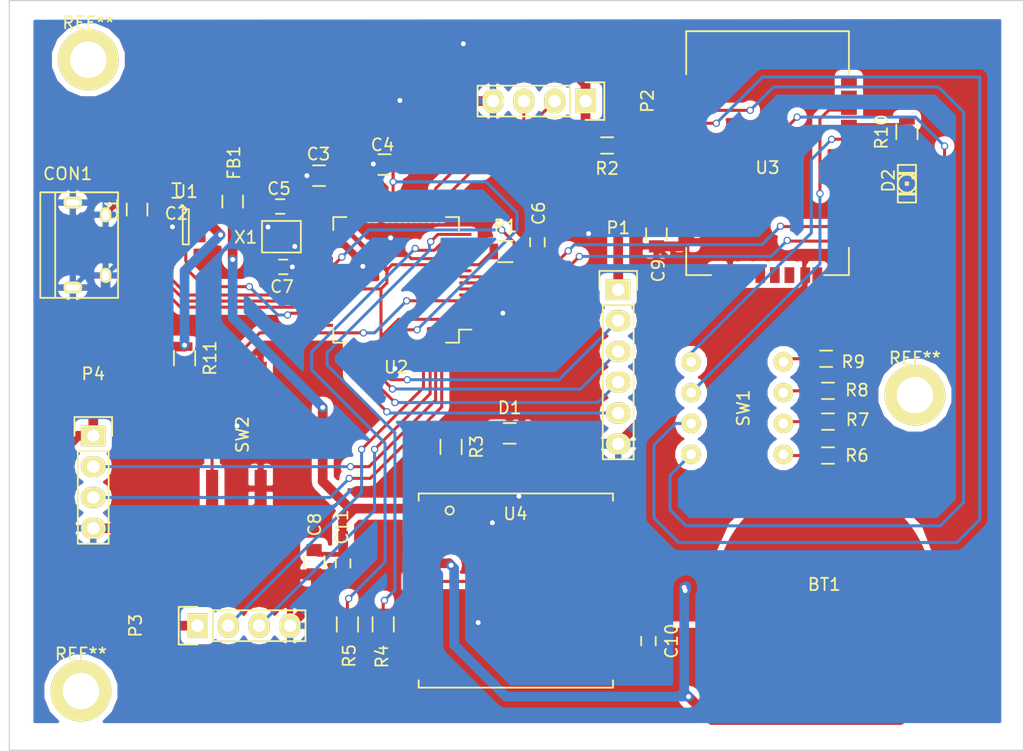
<source format=kicad_pcb>
(kicad_pcb (version 4) (host pcbnew "(2015-07-31 BZR 6030)-product")
  (layers (0 F.Cu signal) (31 B.Cu signal) (34 B.Paste user) (35 F.Paste user) (36 B.SilkS user) (37 F.SilkS user) (38 B.Mask user) (39 F.Mask user) (44 Edge.Cuts user))
  (net 0 "")
  (net 1 "Net-(BT1-Pad1)")
  (net 2 GND)
  (net 3 "Net-(C1-Pad1)")
  (net 4 "Net-(C2-Pad1)")
  (net 5 "Net-(C4-Pad1)")
  (net 6 "Net-(C5-Pad1)")
  (net 7 "Net-(C6-Pad1)")
  (net 8 "Net-(C7-Pad1)")
  (net 9 "Net-(C11-Pad1)")
  (net 10 "Net-(CON1-Pad2)")
  (net 11 "Net-(CON1-Pad3)")
  (net 12 "Net-(CON1-Pad4)")
  (net 13 "Net-(D1-Pad1)")
  (net 14 "Net-(D2-Pad2)")
  (net 15 "Net-(P1-Pad2)")
  (net 16 "Net-(P1-Pad3)")
  (net 17 "Net-(P1-Pad4)")
  (net 18 "Net-(P1-Pad5)")
  (net 19 "Net-(P2-Pad2)")
  (net 20 "Net-(P2-Pad3)")
  (net 21 "Net-(P3-Pad2)")
  (net 22 "Net-(P3-Pad3)")
  (net 23 "Net-(P4-Pad2)")
  (net 24 "Net-(P4-Pad3)")
  (net 25 "Net-(R2-Pad1)")
  (net 26 "Net-(R3-Pad2)")
  (net 27 "Net-(R4-Pad1)")
  (net 28 "Net-(R4-Pad2)")
  (net 29 "Net-(R5-Pad1)")
  (net 30 "Net-(R5-Pad2)")
  (net 31 "Net-(R6-Pad2)")
  (net 32 "Net-(R7-Pad2)")
  (net 33 "Net-(R8-Pad2)")
  (net 34 "Net-(R9-Pad2)")
  (net 35 "Net-(R10-Pad2)")
  (net 36 "Net-(R11-Pad2)")
  (net 37 "Net-(SW1-Pad4)")
  (net 38 "Net-(SW1-Pad3)")
  (net 39 "Net-(SW1-Pad2)")
  (net 40 "Net-(SW1-Pad1)")
  (net 41 "Net-(U1-Pad4)")
  (net 42 "Net-(U2-Pad1)")
  (net 43 "Net-(U2-Pad4)")
  (net 44 "Net-(U2-Pad6)")
  (net 45 "Net-(U2-Pad7)")
  (net 46 "Net-(U2-Pad8)")
  (net 47 "Net-(U2-Pad9)")
  (net 48 "Net-(U2-Pad10)")
  (net 49 "Net-(U2-Pad13)")
  (net 50 "Net-(U2-Pad14)")
  (net 51 "Net-(U2-Pad19)")
  (net 52 "Net-(U2-Pad20)")
  (net 53 "Net-(U2-Pad21)")
  (net 54 "Net-(U2-Pad22)")
  (net 55 "Net-(U2-Pad23)")
  (net 56 "Net-(U2-Pad24)")
  (net 57 "Net-(U2-Pad28)")
  (net 58 "Net-(U2-Pad29)")
  (net 59 "Net-(U2-Pad30)")
  (net 60 "Net-(U2-Pad31)")
  (net 61 "Net-(U2-Pad33)")
  (net 62 "Net-(U2-Pad34)")
  (net 63 "Net-(U2-Pad36)")
  (net 64 "Net-(U2-Pad37)")
  (net 65 "Net-(U2-Pad47)")
  (net 66 "Net-(U2-Pad48)")
  (net 67 "Net-(U2-Pad53)")
  (net 68 "Net-(U2-Pad57)")
  (net 69 "Net-(U2-Pad58)")
  (net 70 "Net-(U2-Pad59)")
  (net 71 "Net-(U2-Pad60)")
  (net 72 "Net-(U3-Pad30)")
  (net 73 "Net-(U3-Pad31)")
  (net 74 "Net-(U3-Pad32)")
  (net 75 "Net-(U3-Pad33)")
  (net 76 "Net-(U3-Pad34)")
  (net 77 "Net-(U3-Pad16)")
  (net 78 "Net-(U3-Pad17)")
  (net 79 "Net-(U3-Pad18)")
  (net 80 "Net-(U3-Pad19)")
  (net 81 "Net-(U3-Pad23)")
  (net 82 "Net-(U3-Pad24)")
  (net 83 "Net-(U3-Pad2)")
  (net 84 "Net-(U3-Pad6)")
  (net 85 "Net-(U3-Pad7)")
  (net 86 "Net-(U3-Pad8)")
  (net 87 "Net-(U3-Pad9)")
  (net 88 "Net-(U3-Pad10)")
  (net 89 "Net-(U3-Pad35)")
  (net 90 "Net-(U4-Pad18)")
  (net 91 "Net-(U4-Pad13)")
  (net 92 "Net-(U4-Pad15)")
  (net 93 "Net-(U4-Pad14)")
  (net 94 "Net-(U4-Pad16)")
  (net 95 "Net-(U4-Pad11)")
  (net 96 "Net-(U4-Pad17)")
  (net 97 "Net-(U4-Pad20)")
  (net 98 "Net-(U4-Pad2)")
  (net 99 "Net-(U4-Pad7)")
  (net 100 "Net-(U4-Pad6)")
  (module Connect:1pin (layer F.Cu) (at 164.5412 83.0072)
    (fp_text reference REF** (at 0 -3.048) (layer F.SilkS))
    (fp_text value 1pin)
    (pad 1 thru_hole circle (at 0 0) (size 5 5) (drill 3) (layers *.Cu *.Mask F.SilkS))
  )
  (module Connect:1pin (layer F.Cu) (at 95.8596 107.3912)
    (fp_text reference REF** (at 0 -3.048) (layer F.SilkS))
    (fp_text value 1pin)
    (pad 1 thru_hole circle (at 0 0) (size 5 5) (drill 3) (layers *.Cu *.Mask F.SilkS))
  )
  (module custom_footprints:BAT-HLD-001 (layer F.Cu) (at 157.0736 99.1108 180)
    (fp_text reference BT1 (at 0 0.5 180) (layer F.SilkS))
    (fp_text value "3.7 Li-ion")
    (pad 1 smd rect (at -11.34 0 180) (size 2.5 5.1) (layers F.Cu F.Paste F.Mask) (net 1 "Net-(BT1-Pad1)"))
    (pad 2 smd circle (at 0 0 180) (size 17.8 17.8) (layers F.Cu F.Paste F.Mask) (net 2 GND))
    (pad 1 smd rect (at 11.45 0 180) (size 2.5 5.1) (layers F.Cu F.Paste F.Mask) (net 1 "Net-(BT1-Pad1)"))
  )
  (module Capacitors_SMD:C_0805 (layer F.Cu) (at 100.4824 67.7164 90)
    (fp_text reference C1 (at 0 -2.1 90) (layer F.SilkS))
    (fp_text value 10u)
    (pad 1 smd rect (at -1 0 90) (size 1 1.25) (layers F.Cu F.Paste F.Mask) (net 3 "Net-(C1-Pad1)"))
    (pad 2 smd rect (at 1 0 90) (size 1 1.25) (layers F.Cu F.Paste F.Mask) (net 2 GND))
  )
  (module Capacitors_SMD:C_0603 (layer F.Cu) (at 103.7336 66.1416 180)
    (fp_text reference C2 (at 0 -1.9 180) (layer F.SilkS))
    (fp_text value 4.7u)
    (pad 1 smd rect (at -0.75 0 180) (size 0.8 0.75) (layers F.Cu F.Paste F.Mask) (net 4 "Net-(C2-Pad1)"))
    (pad 2 smd rect (at 0.75 0 180) (size 0.8 0.75) (layers F.Cu F.Paste F.Mask) (net 2 GND))
  )
  (module Capacitors_SMD:C_0805 (layer F.Cu) (at 115.4684 64.9224 180)
    (fp_text reference C3 (at 0.0508 1.778 180) (layer F.SilkS))
    (fp_text value 0.1u)
    (pad 1 smd rect (at -1 0 180) (size 1 1.25) (layers F.Cu F.Paste F.Mask) (net 4 "Net-(C2-Pad1)"))
    (pad 2 smd rect (at 1 0 180) (size 1 1.25) (layers F.Cu F.Paste F.Mask) (net 2 GND))
  )
  (module Capacitors_SMD:C_0805 (layer F.Cu) (at 120.8532 64.008 180)
    (fp_text reference C4 (at 0.1524 1.6256 180) (layer F.SilkS))
    (fp_text value 2.5u)
    (pad 1 smd rect (at -1 0 180) (size 1 1.25) (layers F.Cu F.Paste F.Mask) (net 5 "Net-(C4-Pad1)"))
    (pad 2 smd rect (at 1 0 180) (size 1 1.25) (layers F.Cu F.Paste F.Mask) (net 2 GND))
  )
  (module Capacitors_SMD:C_0603 (layer F.Cu) (at 112.268 67.4624 180)
    (fp_text reference C5 (at 0.1016 1.4732 180) (layer F.SilkS))
    (fp_text value 9.0p)
    (pad 1 smd rect (at -0.75 0 180) (size 0.8 0.75) (layers F.Cu F.Paste F.Mask) (net 6 "Net-(C5-Pad1)"))
    (pad 2 smd rect (at 0.75 0 180) (size 0.8 0.75) (layers F.Cu F.Paste F.Mask) (net 2 GND))
  )
  (module Capacitors_SMD:C_0603 (layer F.Cu) (at 133.4516 70.4088 90)
    (fp_text reference C6 (at 2.3876 0.1016 90) (layer F.SilkS))
    (fp_text value 2.3u)
    (pad 1 smd rect (at -0.75 0 90) (size 0.8 0.75) (layers F.Cu F.Paste F.Mask) (net 7 "Net-(C6-Pad1)"))
    (pad 2 smd rect (at 0.75 0 90) (size 0.8 0.75) (layers F.Cu F.Paste F.Mask) (net 2 GND))
  )
  (module Capacitors_SMD:C_0603 (layer F.Cu) (at 112.522 72.4408)
    (fp_text reference C7 (at -0.1016 1.6256) (layer F.SilkS))
    (fp_text value 9.0p)
    (pad 1 smd rect (at -0.75 0) (size 0.8 0.75) (layers F.Cu F.Paste F.Mask) (net 8 "Net-(C7-Pad1)"))
    (pad 2 smd rect (at 0.75 0) (size 0.8 0.75) (layers F.Cu F.Paste F.Mask) (net 2 GND))
  )
  (module Capacitors_SMD:C_0805 (layer F.Cu) (at 115.062 96.774 270)
    (fp_text reference C8 (at -3.0988 -0.0508 270) (layer F.SilkS))
    (fp_text value 1.0u)
    (pad 1 smd rect (at -1 0 270) (size 1 1.25) (layers F.Cu F.Paste F.Mask) (net 9 "Net-(C11-Pad1)"))
    (pad 2 smd rect (at 1 0 270) (size 1 1.25) (layers F.Cu F.Paste F.Mask) (net 2 GND))
  )
  (module Capacitors_SMD:C_0805 (layer F.Cu) (at 143.256 69.7484 270)
    (fp_text reference C9 (at 2.9972 -0.1524 270) (layer F.SilkS))
    (fp_text value 0.1u)
    (pad 1 smd rect (at -1 0 270) (size 1 1.25) (layers F.Cu F.Paste F.Mask) (net 4 "Net-(C2-Pad1)"))
    (pad 2 smd rect (at 1 0 270) (size 1 1.25) (layers F.Cu F.Paste F.Mask) (net 2 GND))
  )
  (module Capacitors_SMD:C_0603 (layer F.Cu) (at 142.5956 103.2764 270)
    (fp_text reference C10 (at 0 -1.9 270) (layer F.SilkS))
    (fp_text value 1u)
    (pad 1 smd rect (at -0.75 0 270) (size 0.8 0.75) (layers F.Cu F.Paste F.Mask) (net 1 "Net-(BT1-Pad1)"))
    (pad 2 smd rect (at 0.75 0 270) (size 0.8 0.75) (layers F.Cu F.Paste F.Mask) (net 2 GND))
  )
  (module Capacitors_SMD:C_0603 (layer F.Cu) (at 117.4496 96.8756 270)
    (fp_text reference C11 (at -2.9972 0.1016 270) (layer F.SilkS))
    (fp_text value 0.01u)
    (pad 1 smd rect (at -0.75 0 270) (size 0.8 0.75) (layers F.Cu F.Paste F.Mask) (net 9 "Net-(C11-Pad1)"))
    (pad 2 smd rect (at 0.75 0 270) (size 0.8 0.75) (layers F.Cu F.Paste F.Mask) (net 2 GND))
  )
  (module Connect:USB_Micro-B (layer F.Cu) (at 97.8916 69.342)
    (fp_text reference CON1 (at -3.125 -4.575) (layer F.SilkS))
    (fp_text value USB-MICRO-B)
    (pad 1 smd rect (at 0 0) (size 1.35 0.4) (layers F.Cu F.Paste F.Mask) (net 3 "Net-(C1-Pad1)"))
    (pad 2 smd rect (at 0 0.65) (size 1.35 0.4) (layers F.Cu F.Paste F.Mask) (net 10 "Net-(CON1-Pad2)"))
    (pad 3 smd rect (at 0 1.3) (size 1.35 0.4) (layers F.Cu F.Paste F.Mask) (net 11 "Net-(CON1-Pad3)"))
    (pad 4 smd rect (at 0 1.95) (size 1.35 0.4) (layers F.Cu F.Paste F.Mask) (net 12 "Net-(CON1-Pad4)"))
    (pad 5 smd rect (at 0 2.6) (size 1.35 0.4) (layers F.Cu F.Paste F.Mask) (net 2 GND))
    (pad 6 thru_hole oval (at 0 -1.2) (size 0.95 1.25) (drill oval 0.55 0.85) (layers *.Cu *.Mask F.SilkS) (net 2 GND))
    (pad 7 thru_hole oval (at 0 3.8) (size 0.95 1.25) (drill oval 0.55 0.85) (layers *.Cu *.Mask F.SilkS) (net 2 GND))
    (pad 8 thru_hole oval (at -2.7 -2.2) (size 1.55 1) (drill oval 1.15 0.5) (layers *.Cu *.Mask F.SilkS) (net 2 GND))
    (pad 9 thru_hole oval (at -2.7 4.8) (size 1.55 1) (drill oval 1.15 0.5) (layers *.Cu *.Mask F.SilkS) (net 2 GND))
  )
  (module Capacitors_SMD:C_0805 (layer F.Cu) (at 131.1656 86.1568)
    (fp_text reference D1 (at 0 -2.1) (layer F.SilkS))
    (fp_text value Led_Small)
    (pad 1 smd rect (at -1 0) (size 1 1.25) (layers F.Cu F.Paste F.Mask) (net 13 "Net-(D1-Pad1)"))
    (pad 2 smd rect (at 1 0) (size 1 1.25) (layers F.Cu F.Paste F.Mask) (net 2 GND))
  )
  (module LEDs:LED-1206 (layer F.Cu) (at 163.8808 65.5828 90)
    (fp_text reference D2 (at 0.254 -1.524 90) (layer F.SilkS))
    (fp_text value GREEN)
    (pad 1 smd rect (at -1.41986 0 90) (size 1.59766 1.80086) (layers F.Cu F.Paste F.Mask) (net 4 "Net-(C2-Pad1)"))
    (pad 2 smd rect (at 1.41986 0 90) (size 1.59766 1.80086) (layers F.Cu F.Paste F.Mask) (net 14 "Net-(D2-Pad2)"))
  )
  (module Capacitors_SMD:C_0805 (layer F.Cu) (at 108.3564 67.056 270)
    (fp_text reference FB1 (at -3.2004 -0.1016 270) (layer F.SilkS))
    (fp_text value FERRITEBEAD)
    (pad 1 smd rect (at -1 0 270) (size 1 1.25) (layers F.Cu F.Paste F.Mask) (net 4 "Net-(C2-Pad1)"))
    (pad 2 smd rect (at 1 0 270) (size 1 1.25) (layers F.Cu F.Paste F.Mask) (net 9 "Net-(C11-Pad1)"))
  )
  (module Pin_Headers:Pin_Header_Straight_1x06 (layer F.Cu) (at 140.1064 74.3204)
    (fp_text reference P1 (at 0 -5.1) (layer F.SilkS))
    (fp_text value JTAG_PROG)
    (pad 1 thru_hole rect (at 0 0) (size 2.032 1.7272) (drill 1.016) (layers *.Cu *.Mask F.SilkS) (net 4 "Net-(C2-Pad1)"))
    (pad 2 thru_hole oval (at 0 2.54) (size 2.032 1.7272) (drill 1.016) (layers *.Cu *.Mask F.SilkS) (net 15 "Net-(P1-Pad2)"))
    (pad 3 thru_hole oval (at 0 5.08) (size 2.032 1.7272) (drill 1.016) (layers *.Cu *.Mask F.SilkS) (net 16 "Net-(P1-Pad3)"))
    (pad 4 thru_hole oval (at 0 7.62) (size 2.032 1.7272) (drill 1.016) (layers *.Cu *.Mask F.SilkS) (net 17 "Net-(P1-Pad4)"))
    (pad 5 thru_hole oval (at 0 10.16) (size 2.032 1.7272) (drill 1.016) (layers *.Cu *.Mask F.SilkS) (net 18 "Net-(P1-Pad5)"))
    (pad 6 thru_hole oval (at 0 12.7) (size 2.032 1.7272) (drill 1.016) (layers *.Cu *.Mask F.SilkS) (net 2 GND))
  )
  (module Pin_Headers:Pin_Header_Straight_1x04 (layer F.Cu) (at 137.414 58.7756 270)
    (fp_text reference P2 (at 0 -5.1 270) (layer F.SilkS))
    (fp_text value UART_PROG)
    (pad 1 thru_hole rect (at 0 0 270) (size 2.032 1.7272) (drill 1.016) (layers *.Cu *.Mask F.SilkS) (net 4 "Net-(C2-Pad1)"))
    (pad 2 thru_hole oval (at 0 2.54 270) (size 2.032 1.7272) (drill 1.016) (layers *.Cu *.Mask F.SilkS) (net 19 "Net-(P2-Pad2)"))
    (pad 3 thru_hole oval (at 0 5.08 270) (size 2.032 1.7272) (drill 1.016) (layers *.Cu *.Mask F.SilkS) (net 20 "Net-(P2-Pad3)"))
    (pad 4 thru_hole oval (at 0 7.62 270) (size 2.032 1.7272) (drill 1.016) (layers *.Cu *.Mask F.SilkS) (net 2 GND))
  )
  (module Pin_Headers:Pin_Header_Straight_1x04 (layer F.Cu) (at 105.4608 102.0064 90)
    (fp_text reference P3 (at 0 -5.1 90) (layer F.SilkS))
    (fp_text value ULTRA_FRONT)
    (pad 1 thru_hole rect (at 0 0 90) (size 2.032 1.7272) (drill 1.016) (layers *.Cu *.Mask F.SilkS) (net 4 "Net-(C2-Pad1)"))
    (pad 2 thru_hole oval (at 0 2.54 90) (size 2.032 1.7272) (drill 1.016) (layers *.Cu *.Mask F.SilkS) (net 21 "Net-(P3-Pad2)"))
    (pad 3 thru_hole oval (at 0 5.08 90) (size 2.032 1.7272) (drill 1.016) (layers *.Cu *.Mask F.SilkS) (net 22 "Net-(P3-Pad3)"))
    (pad 4 thru_hole oval (at 0 7.62 90) (size 2.032 1.7272) (drill 1.016) (layers *.Cu *.Mask F.SilkS) (net 2 GND))
  )
  (module Pin_Headers:Pin_Header_Straight_1x04 (layer F.Cu) (at 96.8756 86.36)
    (fp_text reference P4 (at 0 -5.1) (layer F.SilkS))
    (fp_text value ULTRA_BACK)
    (pad 1 thru_hole rect (at 0 0) (size 2.032 1.7272) (drill 1.016) (layers *.Cu *.Mask F.SilkS) (net 4 "Net-(C2-Pad1)"))
    (pad 2 thru_hole oval (at 0 2.54) (size 2.032 1.7272) (drill 1.016) (layers *.Cu *.Mask F.SilkS) (net 23 "Net-(P4-Pad2)"))
    (pad 3 thru_hole oval (at 0 5.08) (size 2.032 1.7272) (drill 1.016) (layers *.Cu *.Mask F.SilkS) (net 24 "Net-(P4-Pad3)"))
    (pad 4 thru_hole oval (at 0 7.62) (size 2.032 1.7272) (drill 1.016) (layers *.Cu *.Mask F.SilkS) (net 2 GND))
  )
  (module Resistors_SMD:R_0805 (layer F.Cu) (at 130.81 71.1708)
    (fp_text reference R1 (at 0 -2.1) (layer F.SilkS))
    (fp_text value 4k7)
    (pad 1 smd rect (at -0.95 0) (size 0.7 1.3) (layers F.Cu F.Paste F.Mask) (net 4 "Net-(C2-Pad1)"))
    (pad 2 smd rect (at 0.95 0) (size 0.7 1.3) (layers F.Cu F.Paste F.Mask) (net 7 "Net-(C6-Pad1)"))
  )
  (module Resistors_SMD:R_0603 (layer F.Cu) (at 139.192 62.4332 180)
    (fp_text reference R2 (at 0 -1.9 180) (layer F.SilkS))
    (fp_text value 1K)
    (pad 1 smd rect (at -0.75 0 180) (size 0.5 0.9) (layers F.Cu F.Paste F.Mask) (net 25 "Net-(R2-Pad1)"))
    (pad 2 smd rect (at 0.75 0 180) (size 0.5 0.9) (layers F.Cu F.Paste F.Mask) (net 4 "Net-(C2-Pad1)"))
  )
  (module Resistors_SMD:R_0805 (layer F.Cu) (at 126.3396 87.2744 270)
    (fp_text reference R3 (at 0 -2.1 270) (layer F.SilkS))
    (fp_text value 330)
    (pad 1 smd rect (at -0.95 0 270) (size 0.7 1.3) (layers F.Cu F.Paste F.Mask) (net 13 "Net-(D1-Pad1)"))
    (pad 2 smd rect (at 0.95 0 270) (size 0.7 1.3) (layers F.Cu F.Paste F.Mask) (net 26 "Net-(R3-Pad2)"))
  )
  (module Resistors_SMD:R_0805 (layer F.Cu) (at 120.7516 101.9048 90)
    (fp_text reference R4 (at -2.6416 -0.1016 90) (layer F.SilkS))
    (fp_text value 330)
    (pad 1 smd rect (at -0.95 0 90) (size 0.7 1.3) (layers F.Cu F.Paste F.Mask) (net 27 "Net-(R4-Pad1)"))
    (pad 2 smd rect (at 0.95 0 90) (size 0.7 1.3) (layers F.Cu F.Paste F.Mask) (net 28 "Net-(R4-Pad2)"))
  )
  (module Resistors_SMD:R_0805 (layer F.Cu) (at 117.8052 101.9048 90)
    (fp_text reference R5 (at -2.5908 0.1524 90) (layer F.SilkS))
    (fp_text value 330)
    (pad 1 smd rect (at -0.95 0 90) (size 0.7 1.3) (layers F.Cu F.Paste F.Mask) (net 29 "Net-(R5-Pad1)"))
    (pad 2 smd rect (at 0.95 0 90) (size 0.7 1.3) (layers F.Cu F.Paste F.Mask) (net 30 "Net-(R5-Pad2)"))
  )
  (module Resistors_SMD:R_0603 (layer F.Cu) (at 157.3784 87.9856 180)
    (fp_text reference R6 (at -2.3876 0 180) (layer F.SilkS))
    (fp_text value 1k)
    (pad 1 smd rect (at -0.75 0 180) (size 0.5 0.9) (layers F.Cu F.Paste F.Mask) (net 4 "Net-(C2-Pad1)"))
    (pad 2 smd rect (at 0.75 0 180) (size 0.5 0.9) (layers F.Cu F.Paste F.Mask) (net 31 "Net-(R6-Pad2)"))
  )
  (module Resistors_SMD:R_0603 (layer F.Cu) (at 157.3784 85.1916 180)
    (fp_text reference R7 (at -2.4384 0.1524 180) (layer F.SilkS))
    (fp_text value 1k)
    (pad 1 smd rect (at -0.75 0 180) (size 0.5 0.9) (layers F.Cu F.Paste F.Mask) (net 4 "Net-(C2-Pad1)"))
    (pad 2 smd rect (at 0.75 0 180) (size 0.5 0.9) (layers F.Cu F.Paste F.Mask) (net 32 "Net-(R7-Pad2)"))
  )
  (module Resistors_SMD:R_0603 (layer F.Cu) (at 157.3784 82.6516 180)
    (fp_text reference R8 (at -2.3876 0.0508 180) (layer F.SilkS))
    (fp_text value 1k)
    (pad 1 smd rect (at -0.75 0 180) (size 0.5 0.9) (layers F.Cu F.Paste F.Mask) (net 4 "Net-(C2-Pad1)"))
    (pad 2 smd rect (at 0.75 0 180) (size 0.5 0.9) (layers F.Cu F.Paste F.Mask) (net 33 "Net-(R8-Pad2)"))
  )
  (module Resistors_SMD:R_0603 (layer F.Cu) (at 157.226 80.01 180)
    (fp_text reference R9 (at -2.2352 -0.254 180) (layer F.SilkS))
    (fp_text value 1k)
    (pad 1 smd rect (at -0.75 0 180) (size 0.5 0.9) (layers F.Cu F.Paste F.Mask) (net 4 "Net-(C2-Pad1)"))
    (pad 2 smd rect (at 0.75 0 180) (size 0.5 0.9) (layers F.Cu F.Paste F.Mask) (net 34 "Net-(R9-Pad2)"))
  )
  (module Resistors_SMD:R_0805 (layer F.Cu) (at 163.8808 61.3156 90)
    (fp_text reference R10 (at 0 -2.1 90) (layer F.SilkS))
    (fp_text value 220)
    (pad 1 smd rect (at -0.95 0 90) (size 0.7 1.3) (layers F.Cu F.Paste F.Mask) (net 14 "Net-(D2-Pad2)"))
    (pad 2 smd rect (at 0.95 0 90) (size 0.7 1.3) (layers F.Cu F.Paste F.Mask) (net 35 "Net-(R10-Pad2)"))
  )
  (module Resistors_SMD:R_0805 (layer F.Cu) (at 104.394 79.9592 270)
    (fp_text reference R11 (at 0 -2.1 270) (layer F.SilkS))
    (fp_text value 10k)
    (pad 1 smd rect (at -0.95 0 270) (size 0.7 1.3) (layers F.Cu F.Paste F.Mask) (net 4 "Net-(C2-Pad1)"))
    (pad 2 smd rect (at 0.95 0 270) (size 0.7 1.3) (layers F.Cu F.Paste F.Mask) (net 36 "Net-(R11-Pad2)"))
  )
  (module custom_footprints:SDA04H1BD (layer F.Cu) (at 149.9108 84.074 90)
    (fp_text reference SW1 (at 0 0.5 90) (layer F.SilkS))
    (fp_text value DIPS_04)
    (pad 5 thru_hole circle (at 3.81 3.8 90) (size 1.6 1.6) (drill 0.8) (layers *.Cu *.Mask F.SilkS) (net 34 "Net-(R9-Pad2)"))
    (pad 4 thru_hole circle (at 3.81 -3.8 90) (size 1.6 1.6) (drill 0.8) (layers *.Cu *.Mask F.SilkS) (net 37 "Net-(SW1-Pad4)"))
    (pad 6 thru_hole circle (at 1.27 3.8 90) (size 1.6 1.6) (drill 0.8) (layers *.Cu *.Mask F.SilkS) (net 33 "Net-(R8-Pad2)"))
    (pad 3 thru_hole circle (at 1.27 -3.8 90) (size 1.6 1.6) (drill 0.8) (layers *.Cu *.Mask F.SilkS) (net 38 "Net-(SW1-Pad3)"))
    (pad 7 thru_hole circle (at -1.27 3.8 90) (size 1.6 1.6) (drill 0.8) (layers *.Cu *.Mask F.SilkS) (net 32 "Net-(R7-Pad2)"))
    (pad 2 thru_hole circle (at -1.27 -3.8 90) (size 1.6 1.6) (drill 0.8) (layers *.Cu *.Mask F.SilkS) (net 39 "Net-(SW1-Pad2)"))
    (pad 8 thru_hole circle (at -3.81 3.8 90) (size 1.6 1.6) (drill 0.8) (layers *.Cu *.Mask F.SilkS) (net 31 "Net-(R6-Pad2)"))
    (pad 1 thru_hole circle (at -3.81 -3.8 90) (size 1.6 1.6) (drill 0.8) (layers *.Cu *.Mask F.SilkS) (net 40 "Net-(SW1-Pad1)"))
  )
  (module custom_footprints:1571634-1 (layer F.Cu) (at 108.6612 86.2584 90)
    (fp_text reference SW2 (at 0 0.5 90) (layer F.SilkS))
    (fp_text value SW_PUSH)
    (pad 2 smd rect (at 4.45 2 90) (size 3.1 1) (layers F.Cu F.Paste F.Mask) (net 2 GND))
    (pad 1 smd rect (at 4.45 -2 90) (size 3.1 1) (layers F.Cu F.Paste F.Mask) (net 36 "Net-(R11-Pad2)"))
    (pad 2 smd rect (at -4.45 2 90) (size 3.1 1) (layers F.Cu F.Paste F.Mask) (net 2 GND))
    (pad 1 smd rect (at -4.45 -2 90) (size 3.1 1) (layers F.Cu F.Paste F.Mask) (net 36 "Net-(R11-Pad2)"))
  )
  (module Housings_SOT-23_SOT-143_TSOT-6:SOT-23-5 (layer F.Cu) (at 104.4956 69.1388)
    (fp_text reference U1 (at 0 -2.9) (layer F.SilkS))
    (fp_text value ADP151AUJZ-3.3-R7)
    (pad 1 smd rect (at -1.1 -0.95) (size 1.06 0.65) (layers F.Cu F.Paste F.Mask) (net 3 "Net-(C1-Pad1)"))
    (pad 2 smd rect (at -1.1 0) (size 1.06 0.65) (layers F.Cu F.Paste F.Mask) (net 2 GND))
    (pad 3 smd rect (at -1.1 0.95) (size 1.06 0.65) (layers F.Cu F.Paste F.Mask) (net 3 "Net-(C1-Pad1)"))
    (pad 4 smd rect (at 1.1 0.95) (size 1.06 0.65) (layers F.Cu F.Paste F.Mask) (net 41 "Net-(U1-Pad4)"))
    (pad 5 smd rect (at 1.1 -0.95) (size 1.06 0.65) (layers F.Cu F.Paste F.Mask) (net 4 "Net-(C2-Pad1)"))
  )
  (module Housings_QFP:LQFP-64_10x10mm_Pitch0.5mm (layer F.Cu) (at 121.8184 73.5076 180)
    (fp_text reference U2 (at 0 -7.2 180) (layer F.SilkS))
    (fp_text value TM4C123GH6PM)
    (pad 1 smd rect (at -5.7 -3.75 180) (size 1 0.25) (layers F.Cu F.Paste F.Mask) (net 42 "Net-(U2-Pad1)"))
    (pad 2 smd rect (at -5.7 -3.25 180) (size 1 0.25) (layers F.Cu F.Paste F.Mask) (net 4 "Net-(C2-Pad1)"))
    (pad 3 smd rect (at -5.7 -2.75 180) (size 1 0.25) (layers F.Cu F.Paste F.Mask) (net 2 GND))
    (pad 4 smd rect (at -5.7 -2.25 180) (size 1 0.25) (layers F.Cu F.Paste F.Mask) (net 43 "Net-(U2-Pad4)"))
    (pad 5 smd rect (at -5.7 -1.75 180) (size 1 0.25) (layers F.Cu F.Paste F.Mask) (net 36 "Net-(R11-Pad2)"))
    (pad 6 smd rect (at -5.7 -1.25 180) (size 1 0.25) (layers F.Cu F.Paste F.Mask) (net 44 "Net-(U2-Pad6)"))
    (pad 7 smd rect (at -5.7 -0.75 180) (size 1 0.25) (layers F.Cu F.Paste F.Mask) (net 45 "Net-(U2-Pad7)"))
    (pad 8 smd rect (at -5.7 -0.25 180) (size 1 0.25) (layers F.Cu F.Paste F.Mask) (net 46 "Net-(U2-Pad8)"))
    (pad 9 smd rect (at -5.7 0.25 180) (size 1 0.25) (layers F.Cu F.Paste F.Mask) (net 47 "Net-(U2-Pad9)"))
    (pad 10 smd rect (at -5.7 0.75 180) (size 1 0.25) (layers F.Cu F.Paste F.Mask) (net 48 "Net-(U2-Pad10)"))
    (pad 11 smd rect (at -5.7 1.25 180) (size 1 0.25) (layers F.Cu F.Paste F.Mask) (net 4 "Net-(C2-Pad1)"))
    (pad 12 smd rect (at -5.7 1.75 180) (size 1 0.25) (layers F.Cu F.Paste F.Mask) (net 2 GND))
    (pad 13 smd rect (at -5.7 2.25 180) (size 1 0.25) (layers F.Cu F.Paste F.Mask) (net 49 "Net-(U2-Pad13)"))
    (pad 14 smd rect (at -5.7 2.75 180) (size 1 0.25) (layers F.Cu F.Paste F.Mask) (net 50 "Net-(U2-Pad14)"))
    (pad 15 smd rect (at -5.7 3.25 180) (size 1 0.25) (layers F.Cu F.Paste F.Mask) (net 30 "Net-(R5-Pad2)"))
    (pad 16 smd rect (at -5.7 3.75 180) (size 1 0.25) (layers F.Cu F.Paste F.Mask) (net 28 "Net-(R4-Pad2)"))
    (pad 17 smd rect (at -3.75 5.7 270) (size 1 0.25) (layers F.Cu F.Paste F.Mask) (net 19 "Net-(P2-Pad2)"))
    (pad 18 smd rect (at -3.25 5.7 270) (size 1 0.25) (layers F.Cu F.Paste F.Mask) (net 20 "Net-(P2-Pad3)"))
    (pad 19 smd rect (at -2.75 5.7 270) (size 1 0.25) (layers F.Cu F.Paste F.Mask) (net 51 "Net-(U2-Pad19)"))
    (pad 20 smd rect (at -2.25 5.7 270) (size 1 0.25) (layers F.Cu F.Paste F.Mask) (net 52 "Net-(U2-Pad20)"))
    (pad 21 smd rect (at -1.75 5.7 270) (size 1 0.25) (layers F.Cu F.Paste F.Mask) (net 53 "Net-(U2-Pad21)"))
    (pad 22 smd rect (at -1.25 5.7 270) (size 1 0.25) (layers F.Cu F.Paste F.Mask) (net 54 "Net-(U2-Pad22)"))
    (pad 23 smd rect (at -0.75 5.7 270) (size 1 0.25) (layers F.Cu F.Paste F.Mask) (net 55 "Net-(U2-Pad23)"))
    (pad 24 smd rect (at -0.25 5.7 270) (size 1 0.25) (layers F.Cu F.Paste F.Mask) (net 56 "Net-(U2-Pad24)"))
    (pad 25 smd rect (at 0.25 5.7 270) (size 1 0.25) (layers F.Cu F.Paste F.Mask) (net 5 "Net-(C4-Pad1)"))
    (pad 26 smd rect (at 0.75 5.7 270) (size 1 0.25) (layers F.Cu F.Paste F.Mask) (net 4 "Net-(C2-Pad1)"))
    (pad 27 smd rect (at 1.25 5.7 270) (size 1 0.25) (layers F.Cu F.Paste F.Mask) (net 2 GND))
    (pad 28 smd rect (at 1.75 5.7 270) (size 1 0.25) (layers F.Cu F.Paste F.Mask) (net 57 "Net-(U2-Pad28)"))
    (pad 29 smd rect (at 2.25 5.7 270) (size 1 0.25) (layers F.Cu F.Paste F.Mask) (net 58 "Net-(U2-Pad29)"))
    (pad 30 smd rect (at 2.75 5.7 270) (size 1 0.25) (layers F.Cu F.Paste F.Mask) (net 59 "Net-(U2-Pad30)"))
    (pad 31 smd rect (at 3.25 5.7 270) (size 1 0.25) (layers F.Cu F.Paste F.Mask) (net 60 "Net-(U2-Pad31)"))
    (pad 32 smd rect (at 3.75 5.7 270) (size 1 0.25) (layers F.Cu F.Paste F.Mask) (net 2 GND))
    (pad 33 smd rect (at 5.7 3.75 180) (size 1 0.25) (layers F.Cu F.Paste F.Mask) (net 61 "Net-(U2-Pad33)"))
    (pad 34 smd rect (at 5.7 3.25 180) (size 1 0.25) (layers F.Cu F.Paste F.Mask) (net 62 "Net-(U2-Pad34)"))
    (pad 35 smd rect (at 5.7 2.75 180) (size 1 0.25) (layers F.Cu F.Paste F.Mask) (net 2 GND))
    (pad 36 smd rect (at 5.7 2.25 180) (size 1 0.25) (layers F.Cu F.Paste F.Mask) (net 63 "Net-(U2-Pad36)"))
    (pad 37 smd rect (at 5.7 1.75 180) (size 1 0.25) (layers F.Cu F.Paste F.Mask) (net 64 "Net-(U2-Pad37)"))
    (pad 38 smd rect (at 5.7 1.25 180) (size 1 0.25) (layers F.Cu F.Paste F.Mask) (net 7 "Net-(C6-Pad1)"))
    (pad 39 smd rect (at 5.7 0.75 180) (size 1 0.25) (layers F.Cu F.Paste F.Mask) (net 2 GND))
    (pad 40 smd rect (at 5.7 0.25 180) (size 1 0.25) (layers F.Cu F.Paste F.Mask) (net 6 "Net-(C5-Pad1)"))
    (pad 41 smd rect (at 5.7 -0.25 180) (size 1 0.25) (layers F.Cu F.Paste F.Mask) (net 8 "Net-(C7-Pad1)"))
    (pad 42 smd rect (at 5.7 -0.75 180) (size 1 0.25) (layers F.Cu F.Paste F.Mask) (net 4 "Net-(C2-Pad1)"))
    (pad 43 smd rect (at 5.7 -1.25 180) (size 1 0.25) (layers F.Cu F.Paste F.Mask) (net 10 "Net-(CON1-Pad2)"))
    (pad 44 smd rect (at 5.7 -1.75 180) (size 1 0.25) (layers F.Cu F.Paste F.Mask) (net 11 "Net-(CON1-Pad3)"))
    (pad 45 smd rect (at 5.7 -2.25 180) (size 1 0.25) (layers F.Cu F.Paste F.Mask) (net 12 "Net-(CON1-Pad4)"))
    (pad 46 smd rect (at 5.7 -2.75 180) (size 1 0.25) (layers F.Cu F.Paste F.Mask) (net 3 "Net-(C1-Pad1)"))
    (pad 47 smd rect (at 5.7 -3.25 180) (size 1 0.25) (layers F.Cu F.Paste F.Mask) (net 65 "Net-(U2-Pad47)"))
    (pad 48 smd rect (at 5.7 -3.75 180) (size 1 0.25) (layers F.Cu F.Paste F.Mask) (net 66 "Net-(U2-Pad48)"))
    (pad 49 smd rect (at 3.75 -5.7 270) (size 1 0.25) (layers F.Cu F.Paste F.Mask) (net 18 "Net-(P1-Pad5)"))
    (pad 50 smd rect (at 3.25 -5.7 270) (size 1 0.25) (layers F.Cu F.Paste F.Mask) (net 17 "Net-(P1-Pad4)"))
    (pad 51 smd rect (at 2.75 -5.7 270) (size 1 0.25) (layers F.Cu F.Paste F.Mask) (net 16 "Net-(P1-Pad3)"))
    (pad 52 smd rect (at 2.25 -5.7 270) (size 1 0.25) (layers F.Cu F.Paste F.Mask) (net 15 "Net-(P1-Pad2)"))
    (pad 53 smd rect (at 1.75 -5.7 270) (size 1 0.25) (layers F.Cu F.Paste F.Mask) (net 67 "Net-(U2-Pad53)"))
    (pad 54 smd rect (at 1.25 -5.7 270) (size 1 0.25) (layers F.Cu F.Paste F.Mask) (net 4 "Net-(C2-Pad1)"))
    (pad 55 smd rect (at 0.75 -5.7 270) (size 1 0.25) (layers F.Cu F.Paste F.Mask) (net 2 GND))
    (pad 56 smd rect (at 0.25 -5.7 270) (size 1 0.25) (layers F.Cu F.Paste F.Mask) (net 5 "Net-(C4-Pad1)"))
    (pad 57 smd rect (at -0.25 -5.7 270) (size 1 0.25) (layers F.Cu F.Paste F.Mask) (net 68 "Net-(U2-Pad57)"))
    (pad 58 smd rect (at -0.75 -5.7 270) (size 1 0.25) (layers F.Cu F.Paste F.Mask) (net 69 "Net-(U2-Pad58)"))
    (pad 59 smd rect (at -1.25 -5.7 270) (size 1 0.25) (layers F.Cu F.Paste F.Mask) (net 70 "Net-(U2-Pad59)"))
    (pad 60 smd rect (at -1.75 -5.7 270) (size 1 0.25) (layers F.Cu F.Paste F.Mask) (net 71 "Net-(U2-Pad60)"))
    (pad 61 smd rect (at -2.25 -5.7 270) (size 1 0.25) (layers F.Cu F.Paste F.Mask) (net 21 "Net-(P3-Pad2)"))
    (pad 62 smd rect (at -2.75 -5.7 270) (size 1 0.25) (layers F.Cu F.Paste F.Mask) (net 22 "Net-(P3-Pad3)"))
    (pad 63 smd rect (at -3.25 -5.7 270) (size 1 0.25) (layers F.Cu F.Paste F.Mask) (net 23 "Net-(P4-Pad2)"))
    (pad 64 smd rect (at -3.75 -5.7 270) (size 1 0.25) (layers F.Cu F.Paste F.Mask) (net 24 "Net-(P4-Pad3)"))
  )
  (module custom_footprints:RovingNetworks_RN-42 (layer F.Cu) (at 152.4 64.262)
    (fp_text reference U3 (at 0 0) (layer F.SilkS))
    (fp_text value RN-42)
    (pad 30 smd rect (at 4.10456 8.85444) (size 0.8 1.3) (layers F.Cu F.Paste F.Mask) (net 72 "Net-(U3-Pad30)"))
    (pad 28 smd rect (at 3.10456 8.85444) (size 0.8 1.3) (layers F.Cu F.Paste F.Mask) (net 2 GND))
    (pad 31 smd rect (at 1.80456 8.85444) (size 0.8 1.3) (layers F.Cu F.Paste F.Mask) (net 73 "Net-(U3-Pad31)"))
    (pad 32 smd rect (at 0.60456 8.85444) (size 0.8 1.3) (layers F.Cu F.Paste F.Mask) (net 74 "Net-(U3-Pad32)"))
    (pad 33 smd rect (at -0.59544 8.85444) (size 0.8 1.3) (layers F.Cu F.Paste F.Mask) (net 75 "Net-(U3-Pad33)"))
    (pad 34 smd rect (at -1.79544 8.85444) (size 0.8 1.3) (layers F.Cu F.Paste F.Mask) (net 76 "Net-(U3-Pad34)"))
    (pad 29 smd rect (at -3.09544 8.85444) (size 0.8 1.3) (layers F.Cu F.Paste F.Mask) (net 2 GND))
    (pad 13 smd rect (at 6.70456 6.05444) (size 1.3 0.8) (layers F.Cu F.Paste F.Mask) (net 46 "Net-(U2-Pad8)"))
    (pad 14 smd rect (at 6.70456 4.85444) (size 1.3 0.8) (layers F.Cu F.Paste F.Mask) (net 47 "Net-(U2-Pad9)"))
    (pad 15 smd rect (at 6.70456 3.65444) (size 1.3 0.8) (layers F.Cu F.Paste F.Mask) (net 2 GND))
    (pad 16 smd rect (at 6.70456 2.45444) (size 1.3 0.8) (layers F.Cu F.Paste F.Mask) (net 77 "Net-(U3-Pad16)"))
    (pad 17 smd rect (at 6.70456 1.25444) (size 1.3 0.8) (layers F.Cu F.Paste F.Mask) (net 78 "Net-(U3-Pad17)"))
    (pad 18 smd rect (at 6.70456 0.05444) (size 1.3 0.8) (layers F.Cu F.Paste F.Mask) (net 79 "Net-(U3-Pad18)"))
    (pad 19 smd rect (at 6.70456 -1.14556) (size 1.3 0.8) (layers F.Cu F.Paste F.Mask) (net 80 "Net-(U3-Pad19)"))
    (pad 20 smd rect (at 6.70456 -2.34556) (size 1.3 0.8) (layers F.Cu F.Paste F.Mask) (net 37 "Net-(SW1-Pad4)"))
    (pad 22 smd rect (at 6.70456 -4.74556) (size 1.3 0.8) (layers F.Cu F.Paste F.Mask) (net 38 "Net-(SW1-Pad3)"))
    (pad 21 smd rect (at 6.70456 -3.54556) (size 1.3 0.8) (layers F.Cu F.Paste F.Mask) (net 35 "Net-(R10-Pad2)"))
    (pad 23 smd rect (at 6.70456 -5.94556) (size 1.3 0.8) (layers F.Cu F.Paste F.Mask) (net 81 "Net-(U3-Pad23)"))
    (pad 24 smd rect (at 6.70456 -7.14556) (size 1.3 0.8) (layers F.Cu F.Paste F.Mask) (net 82 "Net-(U3-Pad24)"))
    (pad 1 smd rect (at -6.69544 -7.14556) (size 1.3 0.8) (layers F.Cu F.Paste F.Mask) (net 2 GND))
    (pad 2 smd rect (at -6.69544 -5.94556) (size 1.3 0.8) (layers F.Cu F.Paste F.Mask) (net 83 "Net-(U3-Pad2)"))
    (pad 4 smd rect (at -6.69544 -3.54556) (size 1.3 0.8) (layers F.Cu F.Paste F.Mask) (net 39 "Net-(SW1-Pad2)"))
    (pad 3 smd rect (at -6.69544 -4.74556) (size 1.3 0.8) (layers F.Cu F.Paste F.Mask) (net 40 "Net-(SW1-Pad1)"))
    (pad 5 smd rect (at -6.69544 -2.34556) (size 1.3 0.8) (layers F.Cu F.Paste F.Mask) (net 25 "Net-(R2-Pad1)"))
    (pad 6 smd rect (at -6.69544 -1.14556) (size 1.3 0.8) (layers F.Cu F.Paste F.Mask) (net 84 "Net-(U3-Pad6)"))
    (pad 7 smd rect (at -6.69544 0.05444) (size 1.3 0.8) (layers F.Cu F.Paste F.Mask) (net 85 "Net-(U3-Pad7)"))
    (pad 8 smd rect (at -6.69544 1.25444) (size 1.3 0.8) (layers F.Cu F.Paste F.Mask) (net 86 "Net-(U3-Pad8)"))
    (pad 9 smd rect (at -6.69544 2.45444) (size 1.3 0.8) (layers F.Cu F.Paste F.Mask) (net 87 "Net-(U3-Pad9)"))
    (pad 10 smd rect (at -6.69544 3.65444) (size 1.3 0.8) (layers F.Cu F.Paste F.Mask) (net 88 "Net-(U3-Pad10)"))
    (pad 11 smd rect (at -6.69544 4.85444) (size 1.3 0.8) (layers F.Cu F.Paste F.Mask) (net 4 "Net-(C2-Pad1)"))
    (pad 12 smd rect (at -6.69544 6.05444) (size 1.3 0.8) (layers F.Cu F.Paste F.Mask) (net 2 GND))
    (pad 35 smd rect (at -4.09544 8.85444) (size 0.8 1.3) (layers F.Cu F.Paste F.Mask) (net 89 "Net-(U3-Pad35)"))
  )
  (module custom_footprints:GlobalTop-FGPMMOPA6H (layer F.Cu) (at 131.6736 99.1108)
    (fp_text reference U4 (at -0.02794 -6.31952) (layer F.SilkS))
    (fp_text value FGPMMOPA6H)
    (pad 18 smd rect (at 7.8 -3.75) (size 2 1) (layers F.Cu F.Paste F.Mask) (net 90 "Net-(U4-Pad18)"))
    (pad 13 smd rect (at 7.8 3.75) (size 2 1) (layers F.Cu F.Paste F.Mask) (net 91 "Net-(U4-Pad13)"))
    (pad 15 smd rect (at 7.8 0.75) (size 2 1) (layers F.Cu F.Paste F.Mask) (net 92 "Net-(U4-Pad15)"))
    (pad 14 smd rect (at 7.8 2.25) (size 2 1) (layers F.Cu F.Paste F.Mask) (net 93 "Net-(U4-Pad14)"))
    (pad 16 smd rect (at 7.7 -0.75) (size 2 1) (layers F.Cu F.Paste F.Mask) (net 94 "Net-(U4-Pad16)"))
    (pad 11 connect rect (at 7.8 6.75) (size 2 1) (layers F.Cu F.Mask) (net 95 "Net-(U4-Pad11)"))
    (pad 17 smd rect (at 7.8 -2.25) (size 2 1) (layers F.Cu F.Paste F.Mask) (net 96 "Net-(U4-Pad17)"))
    (pad 19 smd rect (at 7.8 -5.25) (size 2 1) (layers F.Cu F.Paste F.Mask) (net 2 GND))
    (pad 12 smd rect (at 7.8 5.25) (size 2 1) (layers F.Cu F.Paste F.Mask) (net 2 GND))
    (pad 20 smd rect (at 7.8 -6.75) (size 2 1) (layers F.Cu F.Paste F.Mask) (net 97 "Net-(U4-Pad20)"))
    (pad 1 smd rect (at -7.8 -6.75) (size 2 1) (layers F.Cu F.Paste F.Mask) (net 9 "Net-(C11-Pad1)"))
    (pad 9 smd rect (at -7.8 5.25) (size 2 1) (layers F.Cu F.Paste F.Mask) (net 27 "Net-(R4-Pad1)"))
    (pad 2 smd rect (at -7.8 -5.25) (size 2 1) (layers F.Cu F.Paste F.Mask) (net 98 "Net-(U4-Pad2)"))
    (pad 4 smd rect (at -7.8 -2.25) (size 2 1) (layers F.Cu F.Paste F.Mask) (net 1 "Net-(BT1-Pad1)"))
    (pad 10 connect rect (at -7.8 6.75) (size 2 1) (layers F.Cu F.Mask) (net 29 "Net-(R5-Pad1)"))
    (pad 5 smd rect (at -7.9 -0.75) (size 2 1) (layers F.Cu F.Paste F.Mask) (net 26 "Net-(R3-Pad2)"))
    (pad 7 smd rect (at -7.8 2.25) (size 2 1) (layers F.Cu F.Paste F.Mask) (net 99 "Net-(U4-Pad7)"))
    (pad 6 smd rect (at -7.8 0.75) (size 2 1) (layers F.Cu F.Paste F.Mask) (net 100 "Net-(U4-Pad6)"))
    (pad 8 smd rect (at -7.8 3.75) (size 2 1) (layers F.Cu F.Paste F.Mask) (net 2 GND))
    (pad 3 smd rect (at -7.8 -3.75) (size 2 1) (layers F.Cu F.Paste F.Mask) (net 2 GND))
    (pad "" connect circle (at 0.2 -0.8) (size 1.2 1.2) (layers F.Cu F.Mask))
  )
  (module Crystals_Oscillators_SMD:crystal_FA238-TSX3225 (layer F.Cu) (at 112.3696 69.9516)
    (fp_text reference X1 (at -2.9464 0.0508) (layer F.SilkS))
    (fp_text value "16.00 MHz")
    (pad 1 smd rect (at -1.1 0.8) (size 1.4 1.2) (layers F.Cu F.Paste F.Mask) (net 8 "Net-(C7-Pad1)"))
    (pad 3 smd rect (at 1.1 0.8) (size 1.4 1.2) (layers F.Cu F.Paste F.Mask) (net 2 GND))
    (pad 3 smd rect (at -1.1 -0.8) (size 1.4 1.2) (layers F.Cu F.Paste F.Mask) (net 2 GND))
    (pad 2 smd rect (at 1.1 -0.8) (size 1.4 1.2) (layers F.Cu F.Paste F.Mask) (net 6 "Net-(C5-Pad1)"))
  )
  (module Connect:1pin (layer F.Cu) (at 96.4692 55.372)
    (fp_text reference REF** (at 0 -3.048) (layer F.SilkS))
    (fp_text value 1pin)
    (pad 1 thru_hole circle (at 0 0) (size 5 5) (drill 3) (layers *.Cu *.Mask F.SilkS))
  )
  (gr_line (start 172.6184 112.268) (end 172.6692 112.3188) (angle 90) (layer Edge.Cuts) (width 0.1))
  (gr_line (start 172.974 112.268) (end 172.6184 112.268) (angle 90) (layer Edge.Cuts) (width 0.1))
  (gr_line (start 173.482 112.268) (end 172.974 112.268) (angle 90) (layer Edge.Cuts) (width 0.1))
  (gr_line (start 173.482 50.4952) (end 173.482 112.268) (angle 90) (layer Edge.Cuts) (width 0.1))
  (gr_line (start 89.9668 50.4952) (end 173.482 50.4952) (angle 90) (layer Edge.Cuts) (width 0.1))
  (gr_line (start 89.9668 112.268) (end 89.9668 50.4952) (angle 90) (layer Edge.Cuts) (width 0.1))
  (gr_line (start 172.6692 112.268) (end 89.9668 112.268) (angle 90) (layer Edge.Cuts) (width 0.1))
  (segment (start 123.8736 96.8608) (end 126.1724 96.8608) (width 0.8) (layer F.Cu) (net 1))
  (segment (start 130.8608 107.8484) (end 145.8976 107.8484) (width 0.8) (layer B.Cu) (net 1))
  (segment (start 126.5936 103.5812) (end 130.8608 107.8484) (width 0.8) (layer B.Cu) (net 1))
  (segment (start 126.5936 97.282) (end 126.5936 103.5812) (width 0.8) (layer B.Cu) (net 1))
  (segment (start 126.3396 97.028) (end 126.5936 97.282) (width 0.8) (layer B.Cu) (net 1))
  (via (at 126.3396 97.028) (size 0.6) (drill 0.4) (layers F.Cu B.Cu) (net 1))
  (segment (start 126.1724 96.8608) (end 126.3396 97.028) (width 0.8) (layer F.Cu) (net 1))
  (segment (start 168.4136 99.1108) (end 168.4136 104.6872) (width 0.8) (layer F.Cu) (net 1))
  (segment (start 145.542 98.8568) (end 145.6236 98.9384) (width 0.8) (layer F.Cu) (net 1))
  (via (at 145.542 98.8568) (size 0.6) (drill 0.4) (layers F.Cu B.Cu) (net 1))
  (segment (start 145.542 107.4928) (end 145.542 98.8568) (width 0.8) (layer B.Cu) (net 1))
  (segment (start 145.8976 107.8484) (end 145.542 107.4928) (width 0.8) (layer B.Cu) (net 1))
  (via (at 145.8976 107.8484) (size 0.6) (drill 0.4) (layers F.Cu B.Cu) (net 1))
  (segment (start 147.828 109.7788) (end 145.8976 107.8484) (width 0.8) (layer F.Cu) (net 1))
  (segment (start 163.322 109.7788) (end 147.828 109.7788) (width 0.8) (layer F.Cu) (net 1))
  (segment (start 168.4136 104.6872) (end 163.322 109.7788) (width 0.8) (layer F.Cu) (net 1))
  (segment (start 145.6236 98.9384) (end 145.6236 99.1108) (width 0.8) (layer F.Cu) (net 1))
  (via (at 145.6236 99.1108) (size 0.6) (drill 0.4) (layers F.Cu B.Cu) (net 1))
  (segment (start 145.6236 99.1108) (end 145.6944 99.04) (width 0.8) (layer B.Cu) (net 1))
  (segment (start 145.6944 99.04) (end 145.6944 98.7552) (width 0.8) (layer B.Cu) (net 1))
  (segment (start 142.5956 102.5264) (end 142.5956 100.6348) (width 0.4) (layer F.Cu) (net 1))
  (segment (start 144.1196 99.1108) (end 145.6236 99.1108) (width 0.4) (layer F.Cu) (net 1))
  (segment (start 142.5956 100.6348) (end 144.1196 99.1108) (width 0.4) (layer F.Cu) (net 1))
  (segment (start 140.1064 87.0204) (end 143.6624 83.4644) (width 0.8) (layer F.Cu) (net 2))
  (segment (start 143.6624 77.5716) (end 146.8708 74.3632) (width 0.8) (layer F.Cu) (net 2))
  (segment (start 143.6624 83.4644) (end 143.6624 77.5716) (width 0.8) (layer F.Cu) (net 2))
  (segment (start 159.10456 67.91644) (end 160.67724 67.91644) (width 0.8) (layer F.Cu) (net 2))
  (segment (start 155.8036 75.0824) (end 155.0924 74.3712) (width 0.4) (layer F.Cu) (net 2))
  (segment (start 160.6804 75.0824) (end 155.8036 75.0824) (width 0.4) (layer F.Cu) (net 2))
  (segment (start 162.56 73.2028) (end 160.6804 75.0824) (width 0.4) (layer F.Cu) (net 2))
  (segment (start 162.56 69.7992) (end 162.56 73.2028) (width 0.8) (layer F.Cu) (net 2))
  (segment (start 160.67724 67.91644) (end 162.56 69.7992) (width 0.8) (layer F.Cu) (net 2))
  (segment (start 145.70456 57.11644) (end 142.63932 54.0512) (width 0.8) (layer F.Cu) (net 2))
  (segment (start 122.174 58.7248) (end 122.2248 58.7756) (width 0.8) (layer F.Cu) (net 2))
  (segment (start 122.1232 58.7248) (end 122.174 58.7248) (width 0.8) (layer F.Cu) (net 2))
  (via (at 122.1232 58.7248) (size 0.6) (drill 0.4) (layers F.Cu B.Cu) (net 2))
  (segment (start 126.7968 54.0512) (end 122.1232 58.7248) (width 0.8) (layer B.Cu) (net 2))
  (segment (start 127.3556 54.0512) (end 126.7968 54.0512) (width 0.8) (layer B.Cu) (net 2))
  (via (at 127.3556 54.0512) (size 0.6) (drill 0.4) (layers F.Cu B.Cu) (net 2))
  (segment (start 142.63932 54.0512) (end 127.3556 54.0512) (width 0.8) (layer F.Cu) (net 2))
  (via (at 131.9276 91.3384) (size 0.6) (drill 0.4) (layers F.Cu B.Cu) (net 2))
  (segment (start 139.4736 93.8608) (end 134.45 93.8608) (width 0.8) (layer F.Cu) (net 2))
  (segment (start 134.45 93.8608) (end 131.9276 91.3384) (width 0.8) (layer F.Cu) (net 2))
  (segment (start 139.4736 104.3608) (end 142.664 104.3608) (width 0.4) (layer F.Cu) (net 2))
  (segment (start 142.664 104.3608) (end 151.8236 104.3608) (width 0.4) (layer F.Cu) (net 2))
  (segment (start 151.8236 104.3608) (end 157.0736 99.1108) (width 0.4) (layer F.Cu) (net 2))
  (segment (start 128.5748 101.7524) (end 131.1832 104.3608) (width 0.4) (layer F.Cu) (net 2))
  (segment (start 131.1832 104.3608) (end 139.4736 104.3608) (width 0.4) (layer F.Cu) (net 2))
  (segment (start 129.7432 93.5228) (end 129.7432 100.584) (width 0.4) (layer B.Cu) (net 2))
  (segment (start 127.4664 102.8608) (end 123.8736 102.8608) (width 0.4) (layer F.Cu) (net 2))
  (segment (start 128.5748 101.7524) (end 127.4664 102.8608) (width 0.4) (layer F.Cu) (net 2))
  (via (at 128.5748 101.7524) (size 0.6) (drill 0.4) (layers F.Cu B.Cu) (net 2))
  (segment (start 129.7432 100.584) (end 128.5748 101.7524) (width 0.4) (layer B.Cu) (net 2))
  (segment (start 155.50456 73.11644) (end 155.50456 73.95904) (width 0.4) (layer F.Cu) (net 2))
  (segment (start 155.0924 74.3712) (end 149.30456 74.3712) (width 0.4) (layer F.Cu) (net 2))
  (segment (start 155.50456 73.95904) (end 155.0924 74.3712) (width 0.4) (layer F.Cu) (net 2))
  (segment (start 119.8532 64.008) (end 119.8532 60.9948) (width 0.8) (layer F.Cu) (net 2))
  (segment (start 122.0724 58.7756) (end 122.2248 58.7756) (width 0.8) (layer F.Cu) (net 2))
  (segment (start 122.2248 58.7756) (end 129.794 58.7756) (width 0.8) (layer F.Cu) (net 2))
  (segment (start 119.8532 60.9948) (end 122.0724 58.7756) (width 0.8) (layer F.Cu) (net 2))
  (segment (start 121.0684 79.2076) (end 121.0684 80.1744) (width 0.25) (layer F.Cu) (net 2))
  (segment (start 130.556 76.3016) (end 130.556 76.4032) (width 0.25) (layer F.Cu) (net 2))
  (segment (start 130.6068 76.2508) (end 130.556 76.3016) (width 0.25) (layer F.Cu) (net 2))
  (via (at 130.6068 76.2508) (size 0.6) (drill 0.4) (layers F.Cu B.Cu) (net 2))
  (segment (start 126.2888 76.2508) (end 130.6068 76.2508) (width 0.25) (layer B.Cu) (net 2))
  (segment (start 121.7168 80.8228) (end 126.2888 76.2508) (width 0.25) (layer B.Cu) (net 2))
  (via (at 121.7168 80.8228) (size 0.6) (drill 0.4) (layers F.Cu B.Cu) (net 2))
  (segment (start 121.0684 80.1744) (end 121.7168 80.8228) (width 0.25) (layer F.Cu) (net 2))
  (segment (start 132.1656 86.1568) (end 132.1656 77.8096) (width 0.4) (layer F.Cu) (net 2))
  (segment (start 130.6136 76.2576) (end 127.5184 76.2576) (width 0.25) (layer F.Cu) (net 2))
  (segment (start 132.1656 77.8096) (end 130.6136 76.2576) (width 0.25) (layer F.Cu) (net 2))
  (segment (start 140.1064 87.0204) (end 133.0292 87.0204) (width 0.8) (layer F.Cu) (net 2))
  (segment (start 133.0292 87.0204) (end 132.1656 86.1568) (width 0.8) (layer F.Cu) (net 2))
  (segment (start 123.8736 95.3608) (end 127.9052 95.3608) (width 0.8) (layer F.Cu) (net 2))
  (segment (start 136.2456 87.0204) (end 140.1064 87.0204) (width 0.8) (layer B.Cu) (net 2))
  (segment (start 129.7432 93.5228) (end 131.9276 91.3384) (width 0.8) (layer B.Cu) (net 2))
  (segment (start 131.9276 91.3384) (end 136.2456 87.0204) (width 0.8) (layer B.Cu) (net 2))
  (via (at 129.7432 93.5228) (size 0.6) (drill 0.4) (layers F.Cu B.Cu) (net 2))
  (segment (start 127.9052 95.3608) (end 129.7432 93.5228) (width 0.8) (layer F.Cu) (net 2))
  (segment (start 149.30456 73.11644) (end 149.30456 74.3712) (width 0.4) (layer F.Cu) (net 2))
  (segment (start 149.30456 74.3712) (end 149.30456 74.41864) (width 0.4) (layer F.Cu) (net 2))
  (segment (start 149.30456 74.41864) (end 146.92624 74.41864) (width 0.4) (layer F.Cu) (net 2))
  (segment (start 146.92624 74.41864) (end 146.8708 74.3632) (width 0.4) (layer F.Cu) (net 2))
  (segment (start 146.8708 74.3632) (end 143.256 70.7484) (width 0.4) (layer F.Cu) (net 2))
  (segment (start 143.256 70.7484) (end 144.6784 70.7484) (width 0.8) (layer F.Cu) (net 2))
  (segment (start 144.6784 70.7484) (end 145.2726 70.7484) (width 0.8) (layer F.Cu) (net 2))
  (segment (start 145.2726 70.7484) (end 145.70456 70.31644) (width 0.8) (layer F.Cu) (net 2))
  (segment (start 110.6612 90.7084) (end 110.6612 91.98) (width 0.8) (layer F.Cu) (net 2))
  (segment (start 110.6612 91.98) (end 108.6612 93.98) (width 0.8) (layer F.Cu) (net 2))
  (segment (start 108.6612 93.98) (end 96.8756 93.98) (width 0.8) (layer F.Cu) (net 2))
  (segment (start 97.8916 73.142) (end 97.8916 80.6196) (width 0.8) (layer B.Cu) (net 2))
  (segment (start 110.6612 83.598) (end 110.6612 81.8084) (width 0.8) (layer F.Cu) (net 2))
  (segment (start 108.712 85.5472) (end 110.6612 83.598) (width 0.8) (layer F.Cu) (net 2))
  (via (at 108.712 85.5472) (size 0.6) (drill 0.4) (layers F.Cu B.Cu) (net 2))
  (segment (start 102.8192 85.5472) (end 108.712 85.5472) (width 0.8) (layer B.Cu) (net 2))
  (segment (start 97.8916 80.6196) (end 102.8192 85.5472) (width 0.8) (layer B.Cu) (net 2))
  (segment (start 119.9388 63.9572) (end 132.588 63.9572) (width 0.8) (layer B.Cu) (net 2))
  (segment (start 137.6292 69.6588) (end 133.4516 69.6588) (width 0.8) (layer F.Cu) (net 2))
  (segment (start 137.668 69.6976) (end 137.6292 69.6588) (width 0.8) (layer F.Cu) (net 2))
  (via (at 137.668 69.6976) (size 0.6) (drill 0.4) (layers F.Cu B.Cu) (net 2))
  (segment (start 137.668 69.0372) (end 137.668 69.6976) (width 0.8) (layer B.Cu) (net 2))
  (segment (start 132.588 63.9572) (end 137.668 69.0372) (width 0.8) (layer B.Cu) (net 2))
  (via (at 114.4684 64.9224) (size 0.6) (drill 0.4) (layers F.Cu B.Cu) (net 2))
  (segment (start 112.522 64.9224) (end 111.518 65.9264) (width 0.8) (layer F.Cu) (net 2))
  (segment (start 111.518 67.4624) (end 111.518 65.9264) (width 0.8) (layer F.Cu) (net 2))
  (segment (start 114.4684 64.9224) (end 112.522 64.9224) (width 0.8) (layer F.Cu) (net 2))
  (segment (start 119.9388 63.9572) (end 119.904 63.9572) (width 0.8) (layer F.Cu) (net 2))
  (via (at 119.9388 63.9572) (size 0.6) (drill 0.4) (layers F.Cu B.Cu) (net 2))
  (segment (start 118.9736 64.9224) (end 119.9388 63.9572) (width 0.8) (layer B.Cu) (net 2))
  (segment (start 114.4684 64.9224) (end 118.9736 64.9224) (width 0.8) (layer B.Cu) (net 2))
  (segment (start 119.904 63.9572) (end 119.8532 64.008) (width 0.8) (layer F.Cu) (net 2))
  (segment (start 115.062 97.774) (end 117.3012 97.774) (width 0.8) (layer F.Cu) (net 2))
  (segment (start 117.3012 97.774) (end 117.4496 97.6256) (width 0.8) (layer F.Cu) (net 2))
  (segment (start 113.0808 102.0064) (end 113.0808 101.9944) (width 0.8) (layer F.Cu) (net 2))
  (segment (start 113.0808 101.9944) (end 117.4496 97.6256) (width 0.8) (layer F.Cu) (net 2))
  (segment (start 116.1184 72.7576) (end 118.7076 72.7576) (width 0.25) (layer F.Cu) (net 2))
  (segment (start 118.7076 72.7576) (end 119.0752 72.39) (width 0.25) (layer F.Cu) (net 2))
  (segment (start 116.1184 70.7576) (end 117.4428 70.7576) (width 0.25) (layer F.Cu) (net 2))
  (segment (start 119.0752 72.39) (end 119.0244 72.39) (width 0.25) (layer B.Cu) (net 2))
  (via (at 119.0752 72.39) (size 0.6) (drill 0.4) (layers F.Cu B.Cu) (net 2))
  (segment (start 117.4428 70.7576) (end 119.0752 72.39) (width 0.25) (layer F.Cu) (net 2))
  (segment (start 110.6612 90.7084) (end 110.6612 95.3196) (width 0.8) (layer F.Cu) (net 2))
  (segment (start 113.1156 97.774) (end 117.3012 97.774) (width 0.8) (layer F.Cu) (net 2))
  (segment (start 110.6612 95.3196) (end 113.1156 97.774) (width 0.8) (layer F.Cu) (net 2))
  (segment (start 117.3012 97.774) (end 118.5832 97.774) (width 0.8) (layer F.Cu) (net 2))
  (segment (start 120.9964 95.3608) (end 123.8736 95.3608) (width 0.8) (layer F.Cu) (net 2))
  (segment (start 118.5832 97.774) (end 120.9964 95.3608) (width 0.8) (layer F.Cu) (net 2))
  (segment (start 127.5184 71.7576) (end 123.0656 71.7576) (width 0.25) (layer F.Cu) (net 2))
  (segment (start 123.0656 71.7576) (end 121.3612 70.0532) (width 0.25) (layer F.Cu) (net 2))
  (segment (start 118.0684 67.8076) (end 118.0684 68.6908) (width 0.25) (layer F.Cu) (net 2))
  (segment (start 119.4308 70.0532) (end 121.3612 70.0532) (width 0.25) (layer F.Cu) (net 2))
  (segment (start 118.0684 68.6908) (end 119.4308 70.0532) (width 0.25) (layer F.Cu) (net 2))
  (segment (start 103.7336 69.0372) (end 103.7336 68.8848) (width 0.4) (layer B.Cu) (net 2))
  (segment (start 108.204 68.2244) (end 109.8296 69.85) (width 0.4) (layer B.Cu) (net 2))
  (segment (start 104.394 68.2244) (end 108.204 68.2244) (width 0.4) (layer B.Cu) (net 2))
  (segment (start 103.7336 68.8848) (end 104.394 68.2244) (width 0.4) (layer B.Cu) (net 2))
  (segment (start 100.4824 66.7164) (end 99.3172 66.7164) (width 0.4) (layer F.Cu) (net 2))
  (segment (start 99.3172 66.7164) (end 97.8916 68.142) (width 0.4) (layer F.Cu) (net 2))
  (via (at 111.2696 69.1516) (size 0.6) (drill 0.4) (layers F.Cu B.Cu) (net 2))
  (segment (start 111.2696 69.1516) (end 110.528 69.1516) (width 0.25) (layer B.Cu) (net 2))
  (segment (start 110.528 69.1516) (end 109.8296 69.85) (width 0.25) (layer B.Cu) (net 2))
  (segment (start 111.2696 67.7108) (end 111.2696 69.1516) (width 0.25) (layer F.Cu) (net 2))
  (via (at 113.4696 70.7516) (size 0.6) (drill 0.4) (layers F.Cu B.Cu) (net 2))
  (segment (start 113.3228 72.39) (end 113.272 72.4408) (width 0.25) (layer B.Cu) (net 2))
  (segment (start 114.4016 72.39) (end 113.3228 72.39) (width 0.25) (layer B.Cu) (net 2))
  (via (at 113.272 72.4408) (size 0.6) (drill 0.4) (layers F.Cu B.Cu) (net 2))
  (segment (start 113.272 70.9492) (end 113.272 72.4408) (width 0.25) (layer B.Cu) (net 2))
  (segment (start 113.272 70.9492) (end 113.4696 70.7516) (width 0.25) (layer B.Cu) (net 2))
  (segment (start 97.8916 71.942) (end 97.8916 73.142) (width 0.25) (layer F.Cu) (net 2))
  (segment (start 97.8916 68.142) (end 95.8912 68.142) (width 0.4) (layer B.Cu) (net 2))
  (segment (start 95.8912 68.142) (end 95.1916 68.8416) (width 0.4) (layer B.Cu) (net 2))
  (segment (start 95.1916 67.142) (end 95.1916 68.8416) (width 0.4) (layer B.Cu) (net 2))
  (segment (start 95.1916 68.8416) (end 95.1916 72.142) (width 0.4) (layer B.Cu) (net 2))
  (segment (start 95.1916 72.142) (end 96.1916 73.142) (width 0.4) (layer B.Cu) (net 2))
  (segment (start 97.8916 73.142) (end 96.1916 73.142) (width 0.4) (layer B.Cu) (net 2))
  (segment (start 96.1916 73.142) (end 95.1916 74.142) (width 0.4) (layer B.Cu) (net 2))
  (via (at 103.3956 69.1388) (size 0.6) (drill 0.4) (layers F.Cu B.Cu) (net 2))
  (segment (start 103.7336 69.0372) (end 103.4972 69.0372) (width 0.4) (layer B.Cu) (net 2))
  (segment (start 103.4972 69.0372) (end 103.3956 69.1388) (width 0.4) (layer B.Cu) (net 2))
  (segment (start 120.5684 67.8076) (end 120.5684 69.2604) (width 0.25) (layer F.Cu) (net 2))
  (segment (start 101.9964 69.0372) (end 97.8916 73.142) (width 0.4) (layer B.Cu) (net 2))
  (segment (start 103.7336 69.0372) (end 101.9964 69.0372) (width 0.4) (layer B.Cu) (net 2))
  (segment (start 112.3696 72.39) (end 109.8296 69.85) (width 0.4) (layer B.Cu) (net 2))
  (segment (start 114.4016 72.39) (end 112.3696 72.39) (width 0.4) (layer B.Cu) (net 2))
  (segment (start 119.0244 72.39) (end 114.4016 72.39) (width 0.4) (layer B.Cu) (net 2))
  (segment (start 121.3612 70.0532) (end 119.0244 72.39) (width 0.25) (layer B.Cu) (net 2))
  (via (at 121.3612 70.0532) (size 0.6) (drill 0.4) (layers F.Cu B.Cu) (net 2))
  (segment (start 120.5684 69.2604) (end 121.3612 70.0532) (width 0.25) (layer F.Cu) (net 2))
  (segment (start 110.6612 81.8084) (end 110.6612 90.7084) (width 0.4) (layer F.Cu) (net 2))
  (segment (start 111.2696 67.7108) (end 111.518 67.4624) (width 0.25) (layer F.Cu) (net 2))
  (segment (start 100.4824 66.7164) (end 101.0572 66.1416) (width 0.4) (layer F.Cu) (net 2))
  (segment (start 101.0572 66.1416) (end 102.9836 66.1416) (width 0.4) (layer F.Cu) (net 2))
  (segment (start 103.3956 70.0888) (end 104.4956 70.0888) (width 0.25) (layer F.Cu) (net 3))
  (segment (start 103.3956 68.1888) (end 104.0028 68.1888) (width 0.25) (layer F.Cu) (net 3))
  (segment (start 113.0232 76.2576) (end 116.1184 76.2576) (width 0.25) (layer F.Cu) (net 3))
  (segment (start 112.8776 76.4032) (end 113.0232 76.2576) (width 0.25) (layer F.Cu) (net 3))
  (via (at 112.8776 76.4032) (size 0.6) (drill 0.4) (layers F.Cu B.Cu) (net 3))
  (segment (start 112.0648 76.4032) (end 112.8776 76.4032) (width 0.25) (layer B.Cu) (net 3))
  (segment (start 109.728 74.0664) (end 112.0648 76.4032) (width 0.25) (layer B.Cu) (net 3))
  (via (at 109.728 74.0664) (size 0.6) (drill 0.4) (layers F.Cu B.Cu) (net 3))
  (segment (start 106.0196 74.0664) (end 109.728 74.0664) (width 0.25) (layer F.Cu) (net 3))
  (segment (start 104.5464 72.5932) (end 106.0196 74.0664) (width 0.25) (layer F.Cu) (net 3))
  (segment (start 104.5464 71.9836) (end 104.5464 72.5932) (width 0.25) (layer F.Cu) (net 3))
  (segment (start 104.4956 71.9328) (end 104.5464 71.9836) (width 0.25) (layer F.Cu) (net 3))
  (segment (start 104.4956 68.6816) (end 104.4956 70.0888) (width 0.25) (layer F.Cu) (net 3))
  (segment (start 104.4956 70.0888) (end 104.4956 71.9328) (width 0.25) (layer F.Cu) (net 3))
  (segment (start 104.0028 68.1888) (end 104.4956 68.6816) (width 0.25) (layer F.Cu) (net 3))
  (segment (start 100.4824 68.7164) (end 101.01 68.1888) (width 0.4) (layer F.Cu) (net 3))
  (segment (start 101.01 68.1888) (end 103.3956 68.1888) (width 0.4) (layer F.Cu) (net 3))
  (segment (start 97.8916 69.342) (end 99.8568 69.342) (width 0.4) (layer F.Cu) (net 3))
  (segment (start 99.8568 69.342) (end 100.4824 68.7164) (width 0.4) (layer F.Cu) (net 3))
  (segment (start 145.70456 69.11644) (end 150.74596 69.11644) (width 0.25) (layer F.Cu) (net 4))
  (segment (start 166.9796 63.90386) (end 163.8808 67.00266) (width 0.25) (layer F.Cu) (net 4))
  (segment (start 166.9796 62.484) (end 166.9796 63.90386) (width 0.25) (layer F.Cu) (net 4))
  (via (at 166.9796 62.484) (size 0.6) (drill 0.4) (layers F.Cu B.Cu) (net 4))
  (segment (start 164.592 60.0964) (end 166.9796 62.484) (width 0.25) (layer B.Cu) (net 4))
  (segment (start 154.8384 60.0964) (end 164.592 60.0964) (width 0.25) (layer B.Cu) (net 4))
  (via (at 154.8384 60.0964) (size 0.6) (drill 0.4) (layers F.Cu B.Cu) (net 4))
  (segment (start 153.416 61.5188) (end 154.8384 60.0964) (width 0.25) (layer F.Cu) (net 4))
  (segment (start 153.416 66.4464) (end 153.416 61.5188) (width 0.25) (layer F.Cu) (net 4))
  (segment (start 150.74596 69.11644) (end 153.416 66.4464) (width 0.25) (layer F.Cu) (net 4))
  (segment (start 157.976 80.01) (end 163.8808 74.1052) (width 0.25) (layer F.Cu) (net 4))
  (segment (start 163.8808 74.1052) (end 163.8808 67.00266) (width 0.25) (layer F.Cu) (net 4))
  (segment (start 158.1284 82.6516) (end 157.976 82.4992) (width 0.25) (layer F.Cu) (net 4))
  (segment (start 157.976 82.4992) (end 157.976 80.01) (width 0.25) (layer F.Cu) (net 4))
  (segment (start 158.1284 85.1916) (end 158.1284 82.6516) (width 0.25) (layer F.Cu) (net 4))
  (segment (start 158.1284 87.9856) (end 158.1284 85.1916) (width 0.25) (layer F.Cu) (net 4))
  (segment (start 137.414 58.7756) (end 137.414 61.4052) (width 0.8) (layer F.Cu) (net 4))
  (segment (start 137.414 61.4052) (end 138.442 62.4332) (width 0.8) (layer F.Cu) (net 4))
  (segment (start 138.442 62.4332) (end 138.442 66.2364) (width 0.8) (layer F.Cu) (net 4))
  (segment (start 138.442 66.2364) (end 140.954 68.7484) (width 0.8) (layer F.Cu) (net 4))
  (segment (start 137.414 58.7756) (end 137.414 57.404) (width 0.8) (layer F.Cu) (net 4))
  (segment (start 108.3564 57.7088) (end 108.3564 66.056) (width 0.8) (layer F.Cu) (net 4))
  (segment (start 110.5916 55.4736) (end 108.3564 57.7088) (width 0.8) (layer F.Cu) (net 4))
  (segment (start 135.4836 55.4736) (end 110.5916 55.4736) (width 0.8) (layer F.Cu) (net 4))
  (segment (start 137.414 57.404) (end 135.4836 55.4736) (width 0.8) (layer F.Cu) (net 4))
  (segment (start 127.5184 76.7576) (end 122.0228 76.7576) (width 0.25) (layer F.Cu) (net 4))
  (segment (start 122.0228 76.7576) (end 120.5684 78.212) (width 0.25) (layer F.Cu) (net 4))
  (segment (start 140.1064 74.3204) (end 140.1064 69.596) (width 0.8) (layer F.Cu) (net 4))
  (segment (start 140.1064 69.596) (end 140.954 68.7484) (width 0.8) (layer F.Cu) (net 4))
  (segment (start 105.5956 68.1888) (end 105.745998 68.1888) (width 0.8) (layer F.Cu) (net 4))
  (segment (start 105.745998 68.1888) (end 107.356398 69.7992) (width 0.8) (layer F.Cu) (net 4))
  (segment (start 104.394 78.8924) (end 104.394 79.0092) (width 0.8) (layer F.Cu) (net 4))
  (via (at 104.394 78.8924) (size 0.6) (drill 0.4) (layers F.Cu B.Cu) (net 4))
  (segment (start 104.394 72.761598) (end 104.394 78.8924) (width 0.8) (layer B.Cu) (net 4))
  (segment (start 107.356398 69.7992) (end 104.394 72.761598) (width 0.8) (layer B.Cu) (net 4))
  (via (at 107.356398 69.7992) (size 0.6) (drill 0.4) (layers F.Cu B.Cu) (net 4))
  (segment (start 96.8756 86.36) (end 96.8756 82.296) (width 0.8) (layer F.Cu) (net 4))
  (segment (start 100.1624 79.0092) (end 104.394 79.0092) (width 0.8) (layer F.Cu) (net 4))
  (segment (start 96.8756 82.296) (end 100.1624 79.0092) (width 0.8) (layer F.Cu) (net 4))
  (segment (start 96.8756 86.36) (end 95.6056 86.36) (width 0.8) (layer F.Cu) (net 4))
  (segment (start 95.25 102.0064) (end 105.4608 102.0064) (width 0.8) (layer F.Cu) (net 4))
  (segment (start 93.8784 100.6348) (end 95.25 102.0064) (width 0.8) (layer F.Cu) (net 4))
  (segment (start 93.8784 88.0872) (end 93.8784 100.6348) (width 0.8) (layer F.Cu) (net 4))
  (segment (start 95.6056 86.36) (end 93.8784 88.0872) (width 0.8) (layer F.Cu) (net 4))
  (segment (start 140.954 68.7484) (end 143.256 68.7484) (width 0.8) (layer F.Cu) (net 4))
  (segment (start 129.86 71.1708) (end 129.7432 71.1708) (width 0.25) (layer F.Cu) (net 4))
  (segment (start 129.7432 71.1708) (end 128.6564 72.2576) (width 0.25) (layer F.Cu) (net 4))
  (segment (start 128.6564 72.2576) (end 127.5184 72.2576) (width 0.25) (layer F.Cu) (net 4))
  (segment (start 143.256 68.7484) (end 143.62404 69.11644) (width 0.4) (layer F.Cu) (net 4))
  (segment (start 143.62404 69.11644) (end 145.70456 69.11644) (width 0.4) (layer F.Cu) (net 4))
  (segment (start 108.3564 66.056) (end 108.3564 64.8208) (width 0.4) (layer F.Cu) (net 4))
  (segment (start 114.6396 63.0936) (end 116.4684 64.9224) (width 0.4) (layer F.Cu) (net 4))
  (segment (start 110.0836 63.0936) (end 114.6396 63.0936) (width 0.4) (layer F.Cu) (net 4))
  (segment (start 108.3564 64.8208) (end 110.0836 63.0936) (width 0.4) (layer F.Cu) (net 4))
  (segment (start 120.5684 79.2076) (end 120.5684 78.212) (width 0.25) (layer F.Cu) (net 4))
  (segment (start 120.5684 78.212) (end 120.5684 74.2496) (width 0.25) (layer F.Cu) (net 4))
  (segment (start 120.5684 74.2496) (end 120.5684 74.2576) (width 0.25) (layer F.Cu) (net 4))
  (segment (start 127.5184 72.2576) (end 121.4936 72.2576) (width 0.25) (layer F.Cu) (net 4))
  (segment (start 121.4936 72.2576) (end 121.0564 72.6948) (width 0.25) (layer F.Cu) (net 4))
  (segment (start 116.4684 64.9224) (end 116.4684 68.1068) (width 0.4) (layer F.Cu) (net 4))
  (segment (start 116.4684 68.1068) (end 121.0564 72.6948) (width 0.4) (layer F.Cu) (net 4))
  (segment (start 120.5604 74.2576) (end 120.5684 74.2576) (width 0.25) (layer F.Cu) (net 4))
  (segment (start 120.5684 74.2576) (end 116.1184 74.2576) (width 0.25) (layer F.Cu) (net 4))
  (segment (start 121.0564 73.7616) (end 120.5604 74.2576) (width 0.25) (layer F.Cu) (net 4))
  (segment (start 121.0564 72.6948) (end 121.0564 73.7616) (width 0.25) (layer F.Cu) (net 4))
  (segment (start 116.4684 64.9224) (end 116.9764 65.4304) (width 0.4) (layer F.Cu) (net 4))
  (segment (start 116.9764 65.4304) (end 120.5992 65.4304) (width 0.4) (layer F.Cu) (net 4))
  (segment (start 120.5992 65.4304) (end 121.0684 65.8996) (width 0.25) (layer F.Cu) (net 4))
  (segment (start 121.0684 65.8996) (end 121.0684 67.8076) (width 0.25) (layer F.Cu) (net 4))
  (segment (start 108.3564 66.056) (end 106.4996 66.056) (width 0.4) (layer F.Cu) (net 4))
  (segment (start 106.4996 66.056) (end 105.4488 67.1068) (width 0.4) (layer F.Cu) (net 4))
  (segment (start 104.4836 66.1416) (end 105.4488 67.1068) (width 0.4) (layer F.Cu) (net 4))
  (segment (start 105.4488 67.1068) (end 105.5956 67.2536) (width 0.4) (layer F.Cu) (net 4))
  (segment (start 105.5956 67.2536) (end 105.5956 68.1888) (width 0.4) (layer F.Cu) (net 4))
  (segment (start 121.5684 79.2076) (end 121.5684 78.3296) (width 0.25) (layer F.Cu) (net 5))
  (segment (start 121.5684 65.4264) (end 121.5684 64.8208) (width 0.25) (layer F.Cu) (net 5))
  (segment (start 121.5644 65.4304) (end 121.5684 65.4264) (width 0.25) (layer F.Cu) (net 5))
  (via (at 121.5644 65.4304) (size 0.6) (drill 0.4) (layers F.Cu B.Cu) (net 5))
  (segment (start 129.2352 65.4304) (end 121.5644 65.4304) (width 0.25) (layer B.Cu) (net 5))
  (segment (start 131.7752 67.9704) (end 129.2352 65.4304) (width 0.25) (layer B.Cu) (net 5))
  (segment (start 131.7752 69.3928) (end 131.7752 67.9704) (width 0.25) (layer B.Cu) (net 5))
  (segment (start 123.5456 77.6224) (end 131.7752 69.3928) (width 0.25) (layer B.Cu) (net 5))
  (via (at 123.5456 77.6224) (size 0.6) (drill 0.4) (layers F.Cu B.Cu) (net 5))
  (segment (start 122.2756 77.6224) (end 123.5456 77.6224) (width 0.25) (layer F.Cu) (net 5))
  (segment (start 121.5684 78.3296) (end 122.2756 77.6224) (width 0.25) (layer F.Cu) (net 5))
  (segment (start 121.8532 64.008) (end 121.5684 64.2928) (width 0.25) (layer F.Cu) (net 5))
  (segment (start 121.5684 64.2928) (end 121.5684 64.8208) (width 0.25) (layer F.Cu) (net 5))
  (segment (start 121.5684 64.8208) (end 121.5684 67.8076) (width 0.25) (layer F.Cu) (net 5))
  (segment (start 113.018 67.4624) (end 114.2492 67.4624) (width 0.25) (layer F.Cu) (net 6))
  (segment (start 114.912798 73.307598) (end 116.1184 73.307598) (width 0.25) (layer F.Cu) (net 6))
  (segment (start 114.808 73.2028) (end 114.912798 73.307598) (width 0.25) (layer F.Cu) (net 6))
  (segment (start 114.808 68.0212) (end 114.808 73.2028) (width 0.25) (layer F.Cu) (net 6))
  (segment (start 114.2492 67.4624) (end 114.808 68.0212) (width 0.25) (layer F.Cu) (net 6))
  (segment (start 116.1184 73.307598) (end 116.1184 73.2576) (width 0.25) (layer F.Cu) (net 6))
  (segment (start 113.018 67.4624) (end 113.4696 67.914) (width 0.25) (layer F.Cu) (net 6))
  (segment (start 113.4696 67.914) (end 113.4696 69.1516) (width 0.25) (layer F.Cu) (net 6))
  (segment (start 131.76 71.1708) (end 133.4396 71.1708) (width 0.8) (layer F.Cu) (net 7))
  (segment (start 133.4396 71.1708) (end 133.4516 71.1588) (width 0.8) (layer F.Cu) (net 7))
  (segment (start 116.1184 72.2576) (end 116.7184 72.2576) (width 0.25) (layer F.Cu) (net 7))
  (segment (start 130.5052 69.3928) (end 131.76 70.6476) (width 0.25) (layer F.Cu) (net 7))
  (via (at 130.5052 69.3928) (size 0.6) (drill 0.4) (layers F.Cu B.Cu) (net 7))
  (segment (start 119.5832 69.3928) (end 130.5052 69.3928) (width 0.25) (layer B.Cu) (net 7))
  (segment (start 117.348 71.628) (end 119.5832 69.3928) (width 0.25) (layer B.Cu) (net 7))
  (via (at 117.348 71.628) (size 0.6) (drill 0.4) (layers F.Cu B.Cu) (net 7))
  (segment (start 116.7184 72.2576) (end 117.348 71.628) (width 0.25) (layer F.Cu) (net 7))
  (segment (start 131.76 70.6476) (end 131.76 71.1708) (width 0.25) (layer F.Cu) (net 7))
  (segment (start 131.76 71.1708) (end 131.772 71.1828) (width 0.25) (layer F.Cu) (net 7))
  (segment (start 113.546 73.7576) (end 113.0888 73.7576) (width 0.25) (layer F.Cu) (net 8))
  (segment (start 116.1184 73.7576) (end 113.546 73.7576) (width 0.25) (layer F.Cu) (net 8))
  (segment (start 113.038 73.7068) (end 111.772 72.4408) (width 0.25) (layer F.Cu) (net 8))
  (segment (start 113.0888 73.7576) (end 113.038 73.7068) (width 0.25) (layer F.Cu) (net 8))
  (segment (start 111.2696 70.7516) (end 111.2696 71.9384) (width 0.25) (layer F.Cu) (net 8))
  (segment (start 111.2696 71.9384) (end 111.772 72.4408) (width 0.25) (layer F.Cu) (net 8))
  (segment (start 117.4496 96.1256) (end 117.4496 93.2688) (width 0.8) (layer F.Cu) (net 9))
  (segment (start 117.4496 93.2688) (end 118.3576 92.3608) (width 0.8) (layer F.Cu) (net 9))
  (segment (start 108.3564 68.056) (end 108.3564 71.8312) (width 0.8) (layer F.Cu) (net 9))
  (via (at 108.3564 71.8312) (size 0.6) (drill 0.4) (layers F.Cu B.Cu) (net 9))
  (segment (start 108.3564 71.8312) (end 108.3564 76.6064) (width 0.8) (layer B.Cu) (net 9))
  (segment (start 108.3564 76.6064) (end 115.7732 84.0232) (width 0.8) (layer B.Cu) (net 9))
  (via (at 115.7732 84.0232) (size 0.6) (drill 0.4) (layers F.Cu B.Cu) (net 9))
  (segment (start 115.7732 84.0232) (end 115.7732 90.1192) (width 0.8) (layer F.Cu) (net 9))
  (segment (start 115.7732 90.1192) (end 118.0148 92.3608) (width 0.8) (layer F.Cu) (net 9))
  (segment (start 118.0148 92.3608) (end 118.3576 92.3608) (width 0.8) (layer F.Cu) (net 9))
  (segment (start 118.3576 92.3608) (end 123.8736 92.3608) (width 0.8) (layer F.Cu) (net 9))
  (segment (start 115.062 95.774) (end 115.4136 96.1256) (width 0.4) (layer F.Cu) (net 9))
  (segment (start 115.4136 96.1256) (end 117.4496 96.1256) (width 0.4) (layer F.Cu) (net 9))
  (segment (start 97.8916 69.992) (end 99.8624 69.992) (width 0.25) (layer F.Cu) (net 10))
  (segment (start 104.628 74.7576) (end 116.1184 74.7576) (width 0.25) (layer F.Cu) (net 10))
  (segment (start 99.8624 69.992) (end 104.628 74.7576) (width 0.25) (layer F.Cu) (net 10))
  (segment (start 97.8916 70.642) (end 99.852 70.642) (width 0.25) (layer F.Cu) (net 11))
  (segment (start 104.4676 75.2576) (end 116.1184 75.2576) (width 0.25) (layer F.Cu) (net 11))
  (segment (start 99.852 70.642) (end 104.4676 75.2576) (width 0.25) (layer F.Cu) (net 11))
  (segment (start 97.8916 71.292) (end 99.5876 71.292) (width 0.25) (layer F.Cu) (net 12))
  (segment (start 104.0532 75.7576) (end 116.1184 75.7576) (width 0.25) (layer F.Cu) (net 12))
  (segment (start 99.5876 71.292) (end 104.0532 75.7576) (width 0.25) (layer F.Cu) (net 12))
  (segment (start 130.1656 86.1568) (end 126.5072 86.1568) (width 0.4) (layer F.Cu) (net 13))
  (segment (start 126.5072 86.1568) (end 126.3396 86.3244) (width 0.4) (layer F.Cu) (net 13))
  (segment (start 163.8808 62.2656) (end 163.8808 64.16294) (width 0.25) (layer F.Cu) (net 14))
  (segment (start 140.1064 76.8604) (end 135.2296 81.7372) (width 0.25) (layer B.Cu) (net 15))
  (segment (start 119.5684 79.917602) (end 119.5684 79.2076) (width 0.25) (layer F.Cu) (net 15))
  (segment (start 121.387998 81.7372) (end 119.5684 79.917602) (width 0.25) (layer F.Cu) (net 15))
  (segment (start 122.7328 81.7372) (end 121.387998 81.7372) (width 0.25) (layer F.Cu) (net 15))
  (via (at 122.7328 81.7372) (size 0.6) (drill 0.4) (layers F.Cu B.Cu) (net 15))
  (segment (start 135.2296 81.7372) (end 122.7328 81.7372) (width 0.25) (layer B.Cu) (net 15))
  (segment (start 119.0684 79.2076) (end 119.0684 80.054) (width 0.25) (layer F.Cu) (net 16))
  (segment (start 137.0076 82.4992) (end 140.1064 79.4004) (width 0.25) (layer B.Cu) (net 16))
  (segment (start 121.5136 82.4992) (end 137.0076 82.4992) (width 0.25) (layer B.Cu) (net 16))
  (via (at 121.5136 82.4992) (size 0.6) (drill 0.4) (layers F.Cu B.Cu) (net 16))
  (segment (start 119.0684 80.054) (end 121.5136 82.4992) (width 0.25) (layer F.Cu) (net 16))
  (segment (start 118.5684 79.2076) (end 118.5684 80.4684) (width 0.25) (layer F.Cu) (net 17))
  (segment (start 138.43 83.6168) (end 140.1064 81.9404) (width 0.25) (layer B.Cu) (net 17))
  (segment (start 121.7168 83.6168) (end 138.43 83.6168) (width 0.25) (layer B.Cu) (net 17))
  (via (at 121.7168 83.6168) (size 0.6) (drill 0.4) (layers F.Cu B.Cu) (net 17))
  (segment (start 118.5684 80.4684) (end 121.7168 83.6168) (width 0.25) (layer F.Cu) (net 17))
  (segment (start 118.0684 79.2076) (end 118.0684 81.3908) (width 0.25) (layer F.Cu) (net 18))
  (segment (start 121.158 84.4804) (end 140.1064 84.4804) (width 0.25) (layer B.Cu) (net 18))
  (segment (start 121.0564 84.3788) (end 121.158 84.4804) (width 0.25) (layer B.Cu) (net 18))
  (via (at 121.0564 84.3788) (size 0.6) (drill 0.4) (layers F.Cu B.Cu) (net 18))
  (segment (start 118.0684 81.3908) (end 121.0564 84.3788) (width 0.25) (layer F.Cu) (net 18))
  (segment (start 125.5684 67.8076) (end 125.5684 67.0144) (width 0.25) (layer F.Cu) (net 19))
  (segment (start 128.9812 64.6684) (end 134.874 58.7756) (width 0.25) (layer F.Cu) (net 19))
  (segment (start 127.9144 64.6684) (end 128.9812 64.6684) (width 0.25) (layer F.Cu) (net 19))
  (segment (start 125.5684 67.0144) (end 127.9144 64.6684) (width 0.25) (layer F.Cu) (net 19))
  (segment (start 132.334 58.7756) (end 132.334 60.3504) (width 0.25) (layer F.Cu) (net 20))
  (segment (start 125.0684 65.9904) (end 125.0684 67.8076) (width 0.25) (layer F.Cu) (net 20))
  (segment (start 127.3048 63.754) (end 125.0684 65.9904) (width 0.25) (layer F.Cu) (net 20))
  (segment (start 128.9304 63.754) (end 127.3048 63.754) (width 0.25) (layer F.Cu) (net 20))
  (segment (start 132.334 60.3504) (end 128.9304 63.754) (width 0.25) (layer F.Cu) (net 20))
  (segment (start 124.0684 79.2076) (end 124.0684 82.3828) (width 0.25) (layer F.Cu) (net 21))
  (segment (start 118.9736 91.0336) (end 108.0008 102.0064) (width 0.25) (layer B.Cu) (net 21))
  (segment (start 118.9736 87.4776) (end 118.9736 91.0336) (width 0.25) (layer B.Cu) (net 21))
  (via (at 118.9736 87.4776) (size 0.6) (drill 0.4) (layers F.Cu B.Cu) (net 21))
  (segment (start 124.0684 82.3828) (end 118.9736 87.4776) (width 0.25) (layer F.Cu) (net 21))
  (segment (start 110.5408 102.0064) (end 120.0404 92.5068) (width 0.25) (layer B.Cu) (net 22))
  (segment (start 124.618398 82.899602) (end 124.618398 79.2076) (width 0.25) (layer F.Cu) (net 22))
  (segment (start 120.0404 87.4776) (end 124.618398 82.899602) (width 0.25) (layer F.Cu) (net 22))
  (via (at 120.0404 87.4776) (size 0.6) (drill 0.4) (layers F.Cu B.Cu) (net 22))
  (segment (start 120.0404 92.5068) (end 120.0404 87.4776) (width 0.25) (layer B.Cu) (net 22))
  (segment (start 124.618398 79.2076) (end 124.5684 79.2076) (width 0.25) (layer F.Cu) (net 22))
  (segment (start 124.618398 79.2076) (end 124.5684 79.2076) (width 0.25) (layer F.Cu) (net 22))
  (segment (start 125.0684 79.2076) (end 125.0684 83.4148) (width 0.25) (layer F.Cu) (net 23))
  (segment (start 118.0592 88.9) (end 96.8756 88.9) (width 0.25) (layer B.Cu) (net 23))
  (via (at 118.0592 88.9) (size 0.6) (drill 0.4) (layers F.Cu B.Cu) (net 23))
  (segment (start 119.5832 88.9) (end 118.0592 88.9) (width 0.25) (layer F.Cu) (net 23))
  (segment (start 125.0684 83.4148) (end 119.5832 88.9) (width 0.25) (layer F.Cu) (net 23))
  (segment (start 96.8756 91.44) (end 116.3828 91.44) (width 0.25) (layer B.Cu) (net 24))
  (segment (start 125.5684 83.9816) (end 125.5684 79.2076) (width 0.25) (layer F.Cu) (net 24))
  (segment (start 119.6848 89.8652) (end 125.5684 83.9816) (width 0.25) (layer F.Cu) (net 24))
  (segment (start 117.9576 89.8652) (end 119.6848 89.8652) (width 0.25) (layer F.Cu) (net 24))
  (via (at 117.9576 89.8652) (size 0.6) (drill 0.4) (layers F.Cu B.Cu) (net 24))
  (segment (start 116.3828 91.44) (end 117.9576 89.8652) (width 0.25) (layer B.Cu) (net 24))
  (segment (start 139.942 62.4332) (end 140.45876 61.91644) (width 0.25) (layer F.Cu) (net 25))
  (segment (start 140.45876 61.91644) (end 145.70456 61.91644) (width 0.25) (layer F.Cu) (net 25))
  (segment (start 123.7736 98.3608) (end 128.8676 98.3608) (width 0.25) (layer F.Cu) (net 26))
  (segment (start 130.7084 92.5932) (end 126.3396 88.2244) (width 0.25) (layer F.Cu) (net 26))
  (segment (start 130.7084 96.52) (end 130.7084 92.5932) (width 0.25) (layer F.Cu) (net 26))
  (segment (start 128.8676 98.3608) (end 130.7084 96.52) (width 0.25) (layer F.Cu) (net 26))
  (segment (start 123.8736 104.3608) (end 122.2576 104.3608) (width 0.25) (layer F.Cu) (net 27))
  (segment (start 122.2576 104.3608) (end 120.7516 102.8548) (width 0.25) (layer F.Cu) (net 27))
  (segment (start 127.5184 69.7576) (end 125.2636 69.7576) (width 0.25) (layer F.Cu) (net 28))
  (segment (start 120.7516 100.0252) (end 120.7516 100.9548) (width 0.25) (layer F.Cu) (net 28))
  (segment (start 120.8532 99.9236) (end 120.7516 100.0252) (width 0.25) (layer F.Cu) (net 28))
  (via (at 120.8532 99.9236) (size 0.6) (drill 0.4) (layers F.Cu B.Cu) (net 28))
  (segment (start 121.7168 99.06) (end 120.8532 99.9236) (width 0.25) (layer B.Cu) (net 28))
  (segment (start 121.7168 86.106) (end 121.7168 99.06) (width 0.25) (layer B.Cu) (net 28))
  (segment (start 116.1288 80.518) (end 121.7168 86.106) (width 0.25) (layer B.Cu) (net 28))
  (segment (start 116.1288 79.502) (end 116.1288 80.518) (width 0.25) (layer B.Cu) (net 28))
  (segment (start 124.5616 71.0692) (end 116.1288 79.502) (width 0.25) (layer B.Cu) (net 28))
  (segment (start 124.5616 70.4596) (end 124.5616 71.0692) (width 0.25) (layer B.Cu) (net 28))
  (segment (start 124.6632 70.358) (end 124.5616 70.4596) (width 0.25) (layer B.Cu) (net 28))
  (via (at 124.6632 70.358) (size 0.6) (drill 0.4) (layers F.Cu B.Cu) (net 28))
  (segment (start 125.2636 69.7576) (end 124.6632 70.358) (width 0.25) (layer F.Cu) (net 28))
  (segment (start 123.8736 105.8608) (end 120.8112 105.8608) (width 0.25) (layer F.Cu) (net 29))
  (segment (start 120.8112 105.8608) (end 117.8052 102.8548) (width 0.25) (layer F.Cu) (net 29))
  (segment (start 117.8052 100.9548) (end 117.8052 99.8728) (width 0.25) (layer F.Cu) (net 30))
  (segment (start 125.7796 70.2576) (end 127.5184 70.2576) (width 0.25) (layer F.Cu) (net 30))
  (segment (start 124.968 71.0692) (end 125.7796 70.2576) (width 0.25) (layer F.Cu) (net 30))
  (segment (start 123.5456 71.0692) (end 124.968 71.0692) (width 0.25) (layer F.Cu) (net 30))
  (segment (start 123.3932 70.9168) (end 123.5456 71.0692) (width 0.25) (layer F.Cu) (net 30))
  (via (at 123.3932 70.9168) (size 0.6) (drill 0.4) (layers F.Cu B.Cu) (net 30))
  (segment (start 114.8588 79.4512) (end 123.3932 70.9168) (width 0.25) (layer B.Cu) (net 30))
  (segment (start 114.8588 80.9244) (end 114.8588 79.4512) (width 0.25) (layer B.Cu) (net 30))
  (segment (start 120.904 86.9696) (end 114.8588 80.9244) (width 0.25) (layer B.Cu) (net 30))
  (segment (start 120.904 96.774) (end 120.904 86.9696) (width 0.25) (layer B.Cu) (net 30))
  (segment (start 117.9068 99.7712) (end 120.904 96.774) (width 0.25) (layer B.Cu) (net 30))
  (via (at 117.9068 99.7712) (size 0.6) (drill 0.4) (layers F.Cu B.Cu) (net 30))
  (segment (start 117.8052 99.8728) (end 117.9068 99.7712) (width 0.25) (layer F.Cu) (net 30))
  (segment (start 153.7108 87.884) (end 153.8124 87.9856) (width 0.25) (layer F.Cu) (net 31))
  (segment (start 153.8124 87.9856) (end 156.6284 87.9856) (width 0.25) (layer F.Cu) (net 31))
  (segment (start 153.7108 85.344) (end 153.8632 85.1916) (width 0.25) (layer F.Cu) (net 32))
  (segment (start 153.8632 85.1916) (end 156.6284 85.1916) (width 0.25) (layer F.Cu) (net 32))
  (segment (start 153.7108 82.804) (end 153.8632 82.6516) (width 0.25) (layer F.Cu) (net 33))
  (segment (start 153.8632 82.6516) (end 156.6284 82.6516) (width 0.25) (layer F.Cu) (net 33))
  (segment (start 153.7108 80.264) (end 153.9648 80.01) (width 0.25) (layer F.Cu) (net 34))
  (segment (start 153.9648 80.01) (end 156.476 80.01) (width 0.25) (layer F.Cu) (net 34))
  (segment (start 159.10456 60.71644) (end 163.52996 60.71644) (width 0.25) (layer F.Cu) (net 35))
  (segment (start 163.52996 60.71644) (end 163.8808 60.3656) (width 0.25) (layer F.Cu) (net 35))
  (segment (start 106.6612 81.8084) (end 110.5932 77.8764) (width 0.25) (layer F.Cu) (net 36))
  (segment (start 122.682 75.2348) (end 127.4956 75.2348) (width 0.25) (layer F.Cu) (net 36))
  (via (at 122.682 75.2348) (size 0.6) (drill 0.4) (layers F.Cu B.Cu) (net 36))
  (segment (start 120.0404 77.8764) (end 122.682 75.2348) (width 0.25) (layer B.Cu) (net 36))
  (segment (start 119.126 77.8764) (end 120.0404 77.8764) (width 0.25) (layer B.Cu) (net 36))
  (via (at 119.126 77.8764) (size 0.6) (drill 0.4) (layers F.Cu B.Cu) (net 36))
  (segment (start 110.5932 77.8764) (end 119.126 77.8764) (width 0.25) (layer F.Cu) (net 36))
  (segment (start 127.4956 75.2348) (end 127.5184 75.2576) (width 0.25) (layer F.Cu) (net 36))
  (segment (start 106.6612 90.7084) (end 106.6612 81.8084) (width 0.25) (layer F.Cu) (net 36))
  (segment (start 106.6612 81.8084) (end 105.762 80.9092) (width 0.25) (layer F.Cu) (net 36))
  (segment (start 105.762 80.9092) (end 104.394 80.9092) (width 0.25) (layer F.Cu) (net 36))
  (segment (start 146.1108 80.264) (end 146.1108 79.5428) (width 0.25) (layer B.Cu) (net 37))
  (segment (start 146.1108 79.5428) (end 156.0068 69.6468) (width 0.25) (layer B.Cu) (net 37))
  (segment (start 156.0068 69.6468) (end 156.0068 63.6016) (width 0.25) (layer B.Cu) (net 37))
  (segment (start 156.0068 63.6016) (end 157.6832 61.9252) (width 0.25) (layer B.Cu) (net 37))
  (via (at 157.6832 61.9252) (size 0.6) (drill 0.4) (layers F.Cu B.Cu) (net 37))
  (segment (start 157.6832 61.9252) (end 157.69196 61.91644) (width 0.25) (layer F.Cu) (net 37))
  (segment (start 157.69196 61.91644) (end 159.10456 61.91644) (width 0.25) (layer F.Cu) (net 37))
  (segment (start 146.1108 82.804) (end 156.718 72.1968) (width 0.25) (layer B.Cu) (net 38))
  (segment (start 157.45036 59.51644) (end 159.10456 59.51644) (width 0.25) (layer F.Cu) (net 38))
  (segment (start 156.718 60.2488) (end 157.45036 59.51644) (width 0.25) (layer F.Cu) (net 38))
  (segment (start 156.718 66.3956) (end 156.718 60.2488) (width 0.25) (layer F.Cu) (net 38))
  (via (at 156.718 66.3956) (size 0.6) (drill 0.4) (layers F.Cu B.Cu) (net 38))
  (segment (start 156.718 72.1968) (end 156.718 66.3956) (width 0.25) (layer B.Cu) (net 38))
  (segment (start 146.1108 85.344) (end 144.8308 85.344) (width 0.25) (layer B.Cu) (net 39))
  (segment (start 144.8308 85.344) (end 143.0528 87.122) (width 0.25) (layer B.Cu) (net 39))
  (segment (start 143.0528 87.122) (end 143.0528 93.1164) (width 0.25) (layer B.Cu) (net 39))
  (segment (start 143.0528 93.1164) (end 145.0848 95.1484) (width 0.25) (layer B.Cu) (net 39))
  (segment (start 145.0848 95.1484) (end 167.9956 95.1484) (width 0.25) (layer B.Cu) (net 39))
  (segment (start 167.9956 95.1484) (end 169.8752 93.2688) (width 0.25) (layer B.Cu) (net 39))
  (segment (start 169.8752 93.2688) (end 169.8752 56.7944) (width 0.25) (layer B.Cu) (net 39))
  (segment (start 169.8752 56.7944) (end 151.9936 56.7944) (width 0.25) (layer B.Cu) (net 39))
  (segment (start 151.9936 56.7944) (end 148.1836 60.6044) (width 0.25) (layer B.Cu) (net 39))
  (via (at 148.1836 60.6044) (size 0.6) (drill 0.4) (layers F.Cu B.Cu) (net 39))
  (segment (start 148.1836 60.6044) (end 145.8166 60.6044) (width 0.25) (layer F.Cu) (net 39))
  (segment (start 145.8166 60.6044) (end 145.70456 60.71644) (width 0.25) (layer F.Cu) (net 39))
  (segment (start 145.70456 59.51644) (end 145.72572 59.5376) (width 0.4) (layer F.Cu) (net 40))
  (segment (start 145.72572 59.5376) (end 150.9776 59.5376) (width 0.25) (layer F.Cu) (net 40))
  (segment (start 144.3736 89.6212) (end 146.1108 87.884) (width 0.25) (layer B.Cu) (net 40))
  (segment (start 144.3736 92.456) (end 144.3736 89.6212) (width 0.25) (layer B.Cu) (net 40))
  (segment (start 145.6944 93.7768) (end 144.3736 92.456) (width 0.25) (layer B.Cu) (net 40))
  (segment (start 166.624 93.7768) (end 145.6944 93.7768) (width 0.25) (layer B.Cu) (net 40))
  (segment (start 168.5544 91.8464) (end 166.624 93.7768) (width 0.25) (layer B.Cu) (net 40))
  (segment (start 168.5544 59.69) (end 168.5544 91.8464) (width 0.25) (layer B.Cu) (net 40))
  (segment (start 166.4716 57.6072) (end 168.5544 59.69) (width 0.25) (layer B.Cu) (net 40))
  (segment (start 152.908 57.6072) (end 166.4716 57.6072) (width 0.25) (layer B.Cu) (net 40))
  (segment (start 150.9776 59.5376) (end 152.908 57.6072) (width 0.25) (layer B.Cu) (net 40))
  (via (at 150.9776 59.5376) (size 0.6) (drill 0.4) (layers F.Cu B.Cu) (net 40))
  (segment (start 159.10456 70.31644) (end 154.08564 70.31644) (width 0.25) (layer F.Cu) (net 46))
  (segment (start 134.7256 73.7576) (end 127.5184 73.7576) (width 0.25) (layer F.Cu) (net 46))
  (segment (start 136.906 71.5772) (end 134.7256 73.7576) (width 0.25) (layer F.Cu) (net 46))
  (via (at 136.906 71.5772) (size 0.6) (drill 0.4) (layers F.Cu B.Cu) (net 46))
  (segment (start 152.7048 71.5772) (end 136.906 71.5772) (width 0.25) (layer B.Cu) (net 46))
  (segment (start 154.0256 70.2564) (end 152.7048 71.5772) (width 0.25) (layer B.Cu) (net 46))
  (via (at 154.0256 70.2564) (size 0.6) (drill 0.4) (layers F.Cu B.Cu) (net 46))
  (segment (start 154.08564 70.31644) (end 154.0256 70.2564) (width 0.25) (layer F.Cu) (net 46))
  (segment (start 127.5184 73.2576) (end 133.854 73.2576) (width 0.25) (layer F.Cu) (net 47))
  (segment (start 153.49524 69.11644) (end 159.10456 69.11644) (width 0.25) (layer F.Cu) (net 47))
  (segment (start 153.4668 69.088) (end 153.49524 69.11644) (width 0.25) (layer F.Cu) (net 47))
  (via (at 153.4668 69.088) (size 0.6) (drill 0.4) (layers F.Cu B.Cu) (net 47))
  (segment (start 151.9428 70.612) (end 153.4668 69.088) (width 0.25) (layer B.Cu) (net 47))
  (segment (start 136.4996 70.612) (end 151.9428 70.612) (width 0.25) (layer B.Cu) (net 47))
  (segment (start 135.9916 71.12) (end 136.4996 70.612) (width 0.25) (layer B.Cu) (net 47))
  (via (at 135.9916 71.12) (size 0.6) (drill 0.4) (layers F.Cu B.Cu) (net 47))
  (segment (start 133.854 73.2576) (end 135.9916 71.12) (width 0.25) (layer F.Cu) (net 47))
  (zone (net 2) (net_name GND) (layer F.Cu) (connect_pads (clearance 0.508)) (min_thickness 0.254) (fill yes (arc_segments 16) (thermal_gap 0.508) (thermal_bridge_width 0.508))
    (polygon (pts (xy 91.948 52.1208) (xy 91.948 110.0328) (xy 171.6024 110.0328) (xy 171.6024 52.1208) (xy 92.1004 52.1208) (xy 92.6592 52.1208)))
  )
  (zone (net 2) (net_name GND) (layer B.Cu) (connect_pads (clearance 0.508)) (min_thickness 0.254) (fill yes (arc_segments 16) (thermal_gap 0.508) (thermal_bridge_width 0.508))
    (polygon (pts (xy 91.948 52.07) (xy 91.948 110.0328) (xy 171.6532 110.0328) (xy 171.6532 52.1208) (xy 171.7548 52.0192)))
  )
)
</source>
